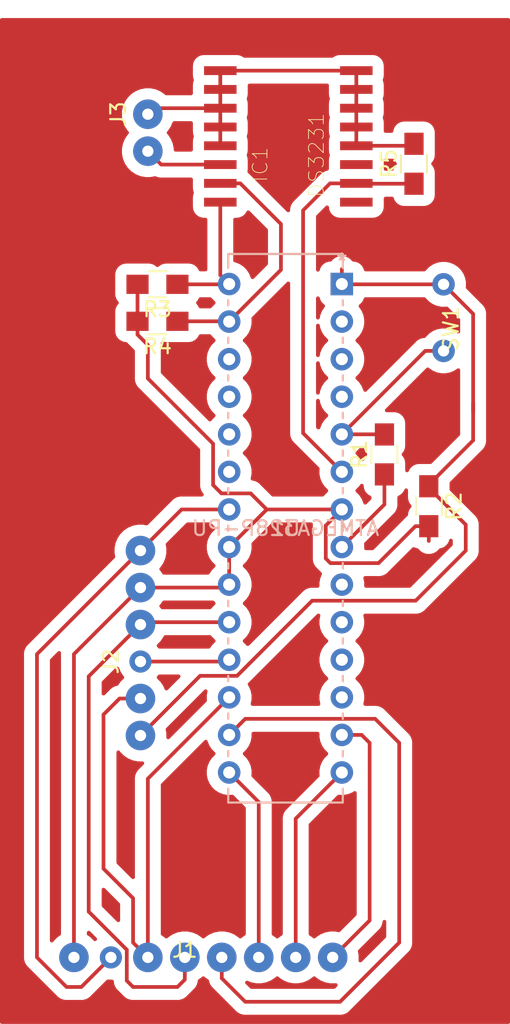
<source format=kicad_pcb>
(kicad_pcb (version 20171130) (host pcbnew 5.1.2-f72e74a~84~ubuntu18.04.1)

  (general
    (thickness 1.6)
    (drawings 0)
    (tracks 126)
    (zones 0)
    (modules 11)
    (nets 30)
  )

  (page A4)
  (layers
    (0 F.Cu signal)
    (31 B.Cu signal)
    (32 B.Adhes user)
    (33 F.Adhes user)
    (34 B.Paste user)
    (35 F.Paste user)
    (36 B.SilkS user)
    (37 F.SilkS user)
    (38 B.Mask user)
    (39 F.Mask user)
    (40 Dwgs.User user)
    (41 Cmts.User user)
    (42 Eco1.User user)
    (43 Eco2.User user)
    (44 Edge.Cuts user)
    (45 Margin user)
    (46 B.CrtYd user)
    (47 F.CrtYd user)
    (48 B.Fab user)
    (49 F.Fab user)
  )

  (setup
    (last_trace_width 0.25)
    (trace_clearance 0.2)
    (zone_clearance 0.65)
    (zone_45_only no)
    (trace_min 0.2)
    (via_size 0.8)
    (via_drill 0.4)
    (via_min_size 0.4)
    (via_min_drill 0.3)
    (uvia_size 0.3)
    (uvia_drill 0.1)
    (uvias_allowed no)
    (uvia_min_size 0.2)
    (uvia_min_drill 0.1)
    (edge_width 0.05)
    (segment_width 0.2)
    (pcb_text_width 0.3)
    (pcb_text_size 1.5 1.5)
    (mod_edge_width 0.12)
    (mod_text_size 1 1)
    (mod_text_width 0.15)
    (pad_size 1.5 1.5)
    (pad_drill 0.762)
    (pad_to_mask_clearance 0.051)
    (solder_mask_min_width 0.25)
    (aux_axis_origin 0 0)
    (visible_elements FFFFFF7F)
    (pcbplotparams
      (layerselection 0x01000_7fffffff)
      (usegerberextensions false)
      (usegerberattributes false)
      (usegerberadvancedattributes false)
      (creategerberjobfile false)
      (excludeedgelayer false)
      (linewidth 0.100000)
      (plotframeref false)
      (viasonmask false)
      (mode 1)
      (useauxorigin false)
      (hpglpennumber 1)
      (hpglpenspeed 20)
      (hpglpendiameter 15.000000)
      (psnegative false)
      (psa4output false)
      (plotreference true)
      (plotvalue true)
      (plotinvisibletext false)
      (padsonsilk true)
      (subtractmaskfromsilk false)
      (outputformat 5)
      (mirror true)
      (drillshape 0)
      (scaleselection 1)
      (outputdirectory ""))
  )

  (net 0 "")
  (net 1 "Net-(J1-Pad8)")
  (net 2 "Net-(J1-Pad7)")
  (net 3 "Net-(J1-Pad6)")
  (net 4 "Net-(J1-Pad5)")
  (net 5 "Net-(J1-Pad4)")
  (net 6 "Net-(J1-Pad3)")
  (net 7 "Net-(J1-Pad2)")
  (net 8 "Net-(J1-Pad1)")
  (net 9 "Net-(J2-Pad3)")
  (net 10 "Net-(J2-Pad1)")
  (net 11 "Net-(R1-Pad2)")
  (net 12 "Net-(U1-Pad26)")
  (net 13 "Net-(U1-Pad25)")
  (net 14 "Net-(U1-Pad24)")
  (net 15 "Net-(U1-Pad23)")
  (net 16 "Net-(U1-Pad12)")
  (net 17 "Net-(U1-Pad11)")
  (net 18 "Net-(U1-Pad10)")
  (net 19 "Net-(U1-Pad9)")
  (net 20 "Net-(U1-Pad4)")
  (net 21 "Net-(U1-Pad3)")
  (net 22 "Net-(U1-Pad2)")
  (net 23 "Net-(IC1-Pad16)")
  (net 24 "Net-(IC1-Pad15)")
  (net 25 "Net-(IC1-Pad10)")
  (net 26 "Net-(IC1-Pad14)")
  (net 27 "Net-(IC1-Pad3)")
  (net 28 "Net-(IC1-Pad1)")
  (net 29 "Net-(IC1-Pad2)")

  (net_class Default "This is the default net class."
    (clearance 0.2)
    (trace_width 0.25)
    (via_dia 0.8)
    (via_drill 0.4)
    (uvia_dia 0.3)
    (uvia_drill 0.1)
    (add_net "Net-(IC1-Pad1)")
    (add_net "Net-(IC1-Pad10)")
    (add_net "Net-(IC1-Pad14)")
    (add_net "Net-(IC1-Pad15)")
    (add_net "Net-(IC1-Pad16)")
    (add_net "Net-(IC1-Pad2)")
    (add_net "Net-(IC1-Pad3)")
    (add_net "Net-(J1-Pad1)")
    (add_net "Net-(J1-Pad2)")
    (add_net "Net-(J1-Pad3)")
    (add_net "Net-(J1-Pad4)")
    (add_net "Net-(J1-Pad5)")
    (add_net "Net-(J1-Pad6)")
    (add_net "Net-(J1-Pad7)")
    (add_net "Net-(J1-Pad8)")
    (add_net "Net-(J2-Pad1)")
    (add_net "Net-(J2-Pad3)")
    (add_net "Net-(R1-Pad2)")
    (add_net "Net-(U1-Pad10)")
    (add_net "Net-(U1-Pad11)")
    (add_net "Net-(U1-Pad12)")
    (add_net "Net-(U1-Pad2)")
    (add_net "Net-(U1-Pad23)")
    (add_net "Net-(U1-Pad24)")
    (add_net "Net-(U1-Pad25)")
    (add_net "Net-(U1-Pad26)")
    (add_net "Net-(U1-Pad3)")
    (add_net "Net-(U1-Pad4)")
    (add_net "Net-(U1-Pad9)")
  )

  (module Resistors_SMD:R_0805_HandSoldering (layer F.Cu) (tedit 58E0A804) (tstamp 5D133245)
    (at 70.15 37 180)
    (descr "Resistor SMD 0805, hand soldering")
    (tags "resistor 0805")
    (path /5D093DC5)
    (attr smd)
    (fp_text reference R4 (at 0 -1.7) (layer F.SilkS)
      (effects (font (size 1 1) (thickness 0.15)))
    )
    (fp_text value R (at 0 1.75) (layer F.Fab)
      (effects (font (size 1 1) (thickness 0.15)))
    )
    (fp_text user %R (at 0 0) (layer F.Fab)
      (effects (font (size 0.5 0.5) (thickness 0.075)))
    )
    (fp_line (start -1 0.62) (end -1 -0.62) (layer F.Fab) (width 0.1))
    (fp_line (start 1 0.62) (end -1 0.62) (layer F.Fab) (width 0.1))
    (fp_line (start 1 -0.62) (end 1 0.62) (layer F.Fab) (width 0.1))
    (fp_line (start -1 -0.62) (end 1 -0.62) (layer F.Fab) (width 0.1))
    (fp_line (start 0.6 0.88) (end -0.6 0.88) (layer F.SilkS) (width 0.12))
    (fp_line (start -0.6 -0.88) (end 0.6 -0.88) (layer F.SilkS) (width 0.12))
    (fp_line (start -2.35 -0.9) (end 2.35 -0.9) (layer F.CrtYd) (width 0.05))
    (fp_line (start -2.35 -0.9) (end -2.35 0.9) (layer F.CrtYd) (width 0.05))
    (fp_line (start 2.35 0.9) (end 2.35 -0.9) (layer F.CrtYd) (width 0.05))
    (fp_line (start 2.35 0.9) (end -2.35 0.9) (layer F.CrtYd) (width 0.05))
    (pad 1 smd rect (at -1.35 0 180) (size 1.5 1.3) (layers F.Cu F.Paste F.Mask)
      (net 24 "Net-(IC1-Pad15)"))
    (pad 2 smd rect (at 1.35 0 180) (size 1.5 1.3) (layers F.Cu F.Paste F.Mask)
      (net 1 "Net-(J1-Pad8)"))
    (model ${KISYS3DMOD}/Resistors_SMD.3dshapes/R_0805.wrl
      (at (xyz 0 0 0))
      (scale (xyz 1 1 1))
      (rotate (xyz 0 0 0))
    )
  )

  (module Resistors_SMD:R_0805_HandSoldering (layer F.Cu) (tedit 58E0A804) (tstamp 5D133242)
    (at 70.15 34.5 180)
    (descr "Resistor SMD 0805, hand soldering")
    (tags "resistor 0805")
    (path /5D093460)
    (attr smd)
    (fp_text reference R3 (at 0 -1.7) (layer F.SilkS)
      (effects (font (size 1 1) (thickness 0.15)))
    )
    (fp_text value R (at 0 1.75) (layer F.Fab)
      (effects (font (size 1 1) (thickness 0.15)))
    )
    (fp_text user %R (at 0 0) (layer F.Fab)
      (effects (font (size 0.5 0.5) (thickness 0.075)))
    )
    (fp_line (start -1 0.62) (end -1 -0.62) (layer F.Fab) (width 0.1))
    (fp_line (start 1 0.62) (end -1 0.62) (layer F.Fab) (width 0.1))
    (fp_line (start 1 -0.62) (end 1 0.62) (layer F.Fab) (width 0.1))
    (fp_line (start -1 -0.62) (end 1 -0.62) (layer F.Fab) (width 0.1))
    (fp_line (start 0.6 0.88) (end -0.6 0.88) (layer F.SilkS) (width 0.12))
    (fp_line (start -0.6 -0.88) (end 0.6 -0.88) (layer F.SilkS) (width 0.12))
    (fp_line (start -2.35 -0.9) (end 2.35 -0.9) (layer F.CrtYd) (width 0.05))
    (fp_line (start -2.35 -0.9) (end -2.35 0.9) (layer F.CrtYd) (width 0.05))
    (fp_line (start 2.35 0.9) (end 2.35 -0.9) (layer F.CrtYd) (width 0.05))
    (fp_line (start 2.35 0.9) (end -2.35 0.9) (layer F.CrtYd) (width 0.05))
    (pad 1 smd rect (at -1.35 0 180) (size 1.5 1.3) (layers F.Cu F.Paste F.Mask)
      (net 23 "Net-(IC1-Pad16)"))
    (pad 2 smd rect (at 1.35 0 180) (size 1.5 1.3) (layers F.Cu F.Paste F.Mask)
      (net 1 "Net-(J1-Pad8)"))
    (model ${KISYS3DMOD}/Resistors_SMD.3dshapes/R_0805.wrl
      (at (xyz 0 0 0))
      (scale (xyz 1 1 1))
      (rotate (xyz 0 0 0))
    )
  )

  (module Resistors_SMD:R_0805_HandSoldering (layer F.Cu) (tedit 58E0A804) (tstamp 5D1323AC)
    (at 87.5 26.35 90)
    (descr "Resistor SMD 0805, hand soldering")
    (tags "resistor 0805")
    (path /5D14D0B4)
    (attr smd)
    (fp_text reference R5 (at 0 -1.7 90) (layer F.SilkS)
      (effects (font (size 1 1) (thickness 0.15)))
    )
    (fp_text value R (at 0 1.75 90) (layer F.Fab)
      (effects (font (size 1 1) (thickness 0.15)))
    )
    (fp_text user %R (at 0 0 90) (layer F.Fab)
      (effects (font (size 0.5 0.5) (thickness 0.075)))
    )
    (fp_line (start -1 0.62) (end -1 -0.62) (layer F.Fab) (width 0.1))
    (fp_line (start 1 0.62) (end -1 0.62) (layer F.Fab) (width 0.1))
    (fp_line (start 1 -0.62) (end 1 0.62) (layer F.Fab) (width 0.1))
    (fp_line (start -1 -0.62) (end 1 -0.62) (layer F.Fab) (width 0.1))
    (fp_line (start 0.6 0.88) (end -0.6 0.88) (layer F.SilkS) (width 0.12))
    (fp_line (start -0.6 -0.88) (end 0.6 -0.88) (layer F.SilkS) (width 0.12))
    (fp_line (start -2.35 -0.9) (end 2.35 -0.9) (layer F.CrtYd) (width 0.05))
    (fp_line (start -2.35 -0.9) (end -2.35 0.9) (layer F.CrtYd) (width 0.05))
    (fp_line (start 2.35 0.9) (end 2.35 -0.9) (layer F.CrtYd) (width 0.05))
    (fp_line (start 2.35 0.9) (end -2.35 0.9) (layer F.CrtYd) (width 0.05))
    (pad 1 smd rect (at -1.35 0 90) (size 1.5 1.3) (layers F.Cu F.Paste F.Mask)
      (net 29 "Net-(IC1-Pad2)"))
    (pad 2 smd rect (at 1.35 0 90) (size 1.5 1.3) (layers F.Cu F.Paste F.Mask)
      (net 25 "Net-(IC1-Pad10)"))
    (model ${KISYS3DMOD}/Resistors_SMD.3dshapes/R_0805.wrl
      (at (xyz 0 0 0))
      (scale (xyz 1 1 1))
      (rotate (xyz 0 0 0))
    )
  )

  (module millk:Conn2 (layer F.Cu) (tedit 5CB1B342) (tstamp 5D132329)
    (at 67 23 90)
    (path /5D15648D)
    (fp_text reference J3 (at 0 0.5 90) (layer F.SilkS)
      (effects (font (size 1 1) (thickness 0.15)))
    )
    (fp_text value Conn_01x02_Female (at 0 -0.5 90) (layer F.Fab)
      (effects (font (size 1 1) (thickness 0.15)))
    )
    (pad 2 thru_hole circle (at 0 2.5 90) (size 2 2) (drill 0.762) (layers *.Cu *.Mask)
      (net 25 "Net-(IC1-Pad10)"))
    (pad 1 thru_hole circle (at -2.5 2.5 90) (size 2 2) (drill 0.762) (layers *.Cu *.Mask)
      (net 26 "Net-(IC1-Pad14)"))
  )

  (module DS3231:SO16W (layer F.Cu) (tedit 0) (tstamp 5D1322FB)
    (at 79 24.5 90)
    (descr "<b>SMALL OUTLINE INTEGRATED CIRCUIT</b><p>wide body 7.5 mm/JEDEC MS-013AA")
    (path /5D1346E5)
    (attr smd)
    (fp_text reference IC1 (at -1.90554 -1.90554 90) (layer F.SilkS)
      (effects (font (size 1.00028 1.00028) (thickness 0.05)))
    )
    (fp_text value DS3231 (at -1.2704 1.90562 90) (layer F.SilkS)
      (effects (font (size 1.00033 1.00033) (thickness 0.05)))
    )
    (fp_poly (pts (xy -4.69487 -5.32) (xy -4.1999 -5.32) (xy -4.1999 -3.80397) (xy -4.69487 -3.80397)) (layer Eco2.User) (width 0))
    (fp_poly (pts (xy -3.42336 -5.32) (xy -2.9299 -5.32) (xy -2.9299 -3.80372) (xy -3.42336 -3.80372)) (layer Eco2.User) (width 0))
    (fp_poly (pts (xy -2.15037 -5.32) (xy -1.6599 -5.32) (xy -1.6599 -3.80058) (xy -2.15037 -3.80058)) (layer Eco2.User) (width 0))
    (fp_poly (pts (xy -0.881736 -5.32) (xy -0.3899 -5.32) (xy -0.3899 -3.80717) (xy -0.881736 -3.80717)) (layer Eco2.User) (width 0))
    (fp_poly (pts (xy 0.39062 -5.32) (xy 0.8801 -5.32) (xy 0.8801 -3.80712) (xy 0.39062 -3.80712)) (layer Eco2.User) (width 0))
    (fp_poly (pts (xy 1.66018 -5.32) (xy 2.1501 -5.32) (xy 2.1501 -3.80074) (xy 1.66018 -3.80074)) (layer Eco2.User) (width 0))
    (fp_poly (pts (xy 2.93419 -5.32) (xy 3.4201 -5.32) (xy 3.4201 -3.80566) (xy 2.93419 -3.80566)) (layer Eco2.User) (width 0))
    (fp_poly (pts (xy 4.20377 -5.32) (xy 4.6901 -5.32) (xy 4.6901 -3.8036) (xy 4.20377 -3.8036)) (layer Eco2.User) (width 0))
    (fp_poly (pts (xy 4.20405 3.8001) (xy 4.6901 3.8001) (xy 4.6901 5.32525) (xy 4.20405 5.32525)) (layer Eco2.User) (width 0))
    (fp_poly (pts (xy 2.93164 3.8001) (xy 3.4201 3.8001) (xy 3.4201 5.32316) (xy 2.93164 5.32316)) (layer Eco2.User) (width 0))
    (fp_poly (pts (xy 1.66201 3.8001) (xy 2.1501 3.8001) (xy 2.1501 5.32675) (xy 1.66201 5.32675)) (layer Eco2.User) (width 0))
    (fp_poly (pts (xy 0.389942 3.8001) (xy 0.8801 3.8001) (xy 0.8801 5.32057) (xy 0.389942 5.32057)) (layer Eco2.User) (width 0))
    (fp_poly (pts (xy -0.881631 3.8001) (xy -0.3899 3.8001) (xy -0.3899 5.32926) (xy -0.881631 5.32926)) (layer Eco2.User) (width 0))
    (fp_poly (pts (xy -2.15252 3.8001) (xy -1.6599 3.8001) (xy -1.6599 5.32599) (xy -2.15252 5.32599)) (layer Eco2.User) (width 0))
    (fp_poly (pts (xy -3.4211 3.8001) (xy -2.9299 3.8001) (xy -2.9299 5.32155) (xy -3.4211 5.32155)) (layer Eco2.User) (width 0))
    (fp_poly (pts (xy -4.69792 3.8001) (xy -4.1999 3.8001) (xy -4.1999 5.32887) (xy -4.69792 5.32887)) (layer Eco2.User) (width 0))
    (fp_line (start 5.395 -5.9) (end 5.395 5.9) (layer Eco1.User) (width 0.1998))
    (fp_line (start 5.19 3.2) (end 5.19 3.7) (layer Eco2.User) (width 0.2032))
    (fp_line (start 5.19 -3.7) (end 5.19 3.2) (layer Eco2.User) (width 0.2032))
    (fp_line (start 5.19 3.2) (end -5.19 3.2) (layer Eco2.User) (width 0.2032))
    (fp_line (start -5.19 -3.7) (end 5.19 -3.7) (layer Eco2.User) (width 0.2032))
    (fp_line (start -5.19 3.2) (end -5.19 -3.7) (layer Eco2.User) (width 0.2032))
    (fp_line (start -5.19 3.7) (end -5.19 3.2) (layer Eco2.User) (width 0.2032))
    (fp_line (start 5.19 3.7) (end -5.19 3.7) (layer Eco2.User) (width 0.2032))
    (fp_line (start -5.395 5.9) (end -5.395 -5.9) (layer Eco1.User) (width 0.1998))
    (fp_line (start 5.395 5.9) (end -5.395 5.9) (layer Eco1.User) (width 0.1998))
    (fp_line (start -5.395 -5.9) (end 5.395 -5.9) (layer Eco1.User) (width 0.1998))
    (pad 16 smd rect (at -4.445 -4.6 90) (size 0.6 2.2) (layers F.Cu F.Paste F.Mask)
      (net 23 "Net-(IC1-Pad16)"))
    (pad 15 smd rect (at -3.175 -4.6 90) (size 0.6 2.2) (layers F.Cu F.Paste F.Mask)
      (net 24 "Net-(IC1-Pad15)"))
    (pad 8 smd rect (at 4.445 4.6 90) (size 0.6 2.2) (layers F.Cu F.Paste F.Mask)
      (net 25 "Net-(IC1-Pad10)"))
    (pad 10 smd rect (at 3.175 -4.6 90) (size 0.6 2.2) (layers F.Cu F.Paste F.Mask)
      (net 25 "Net-(IC1-Pad10)"))
    (pad 7 smd rect (at 3.175 4.6 90) (size 0.6 2.2) (layers F.Cu F.Paste F.Mask)
      (net 25 "Net-(IC1-Pad10)"))
    (pad 5 smd rect (at 0.635 4.6 90) (size 0.6 2.2) (layers F.Cu F.Paste F.Mask)
      (net 25 "Net-(IC1-Pad10)"))
    (pad 9 smd rect (at 4.445 -4.6 90) (size 0.6 2.2) (layers F.Cu F.Paste F.Mask)
      (net 25 "Net-(IC1-Pad10)"))
    (pad 6 smd rect (at 1.905 4.6 90) (size 0.6 2.2) (layers F.Cu F.Paste F.Mask)
      (net 25 "Net-(IC1-Pad10)"))
    (pad 11 smd rect (at 1.905 -4.6 90) (size 0.6 2.2) (layers F.Cu F.Paste F.Mask)
      (net 25 "Net-(IC1-Pad10)"))
    (pad 12 smd rect (at 0.635 -4.6 90) (size 0.6 2.2) (layers F.Cu F.Paste F.Mask)
      (net 25 "Net-(IC1-Pad10)"))
    (pad 14 smd rect (at -1.905 -4.6 90) (size 0.6 2.2) (layers F.Cu F.Paste F.Mask)
      (net 26 "Net-(IC1-Pad14)"))
    (pad 4 smd rect (at -0.635 4.6 90) (size 0.6 2.2) (layers F.Cu F.Paste F.Mask)
      (net 25 "Net-(IC1-Pad10)"))
    (pad 3 smd rect (at -1.905 4.6 90) (size 0.6 2.2) (layers F.Cu F.Paste F.Mask)
      (net 27 "Net-(IC1-Pad3)"))
    (pad 1 smd rect (at -4.445 4.6 90) (size 0.6 2.2) (layers F.Cu F.Paste F.Mask)
      (net 28 "Net-(IC1-Pad1)"))
    (pad 13 smd rect (at -0.635 -4.6 90) (size 0.6 2.2) (layers F.Cu F.Paste F.Mask)
      (net 25 "Net-(IC1-Pad10)"))
    (pad 2 smd rect (at -3.175 4.6 90) (size 0.6 2.2) (layers F.Cu F.Paste F.Mask)
      (net 29 "Net-(IC1-Pad2)"))
  )

  (module footprints:ATMEGA328P-PU (layer B.Cu) (tedit 0) (tstamp 5D07159C)
    (at 75 67.5 180)
    (path /5D06E4F0)
    (fp_text reference U1 (at -3.81 16.51) (layer B.SilkS)
      (effects (font (size 1 1) (thickness 0.15)) (justify mirror))
    )
    (fp_text value ATMEGA328P-PU (at -3.81 16.51) (layer B.SilkS)
      (effects (font (size 1 1) (thickness 0.15)) (justify mirror))
    )
    (fp_arc (start -3.81 34.925) (end -3.5052 34.925) (angle -180) (layer B.Fab) (width 0.1524))
    (fp_line (start 0.1905 -1.016) (end 1.016 -1.016) (layer B.CrtYd) (width 0.1524))
    (fp_line (start 0.1905 -2.159) (end 0.1905 -1.016) (layer B.CrtYd) (width 0.1524))
    (fp_line (start -7.8105 -2.159) (end 0.1905 -2.159) (layer B.CrtYd) (width 0.1524))
    (fp_line (start -7.8105 -1.016) (end -7.8105 -2.159) (layer B.CrtYd) (width 0.1524))
    (fp_line (start -8.636 -1.016) (end -7.8105 -1.016) (layer B.CrtYd) (width 0.1524))
    (fp_line (start -8.636 34.036) (end -8.636 -1.016) (layer B.CrtYd) (width 0.1524))
    (fp_line (start -7.8105 34.036) (end -8.636 34.036) (layer B.CrtYd) (width 0.1524))
    (fp_line (start -7.8105 35.179) (end -7.8105 34.036) (layer B.CrtYd) (width 0.1524))
    (fp_line (start 0.1905 35.179) (end -7.8105 35.179) (layer B.CrtYd) (width 0.1524))
    (fp_line (start 0.1905 34.036) (end 0.1905 35.179) (layer B.CrtYd) (width 0.1524))
    (fp_line (start 1.016 34.036) (end 0.1905 34.036) (layer B.CrtYd) (width 0.1524))
    (fp_line (start 1.016 -1.016) (end 1.016 34.036) (layer B.CrtYd) (width 0.1524))
    (fp_line (start 0.0635 34.112897) (end 0.0635 35.052) (layer B.SilkS) (width 0.1524))
    (fp_line (start 0.0635 31.572897) (end 0.0635 31.927103) (layer B.SilkS) (width 0.1524))
    (fp_line (start 0.0635 29.032897) (end 0.0635 29.387103) (layer B.SilkS) (width 0.1524))
    (fp_line (start 0.0635 26.492897) (end 0.0635 26.847103) (layer B.SilkS) (width 0.1524))
    (fp_line (start 0.0635 23.952897) (end 0.0635 24.307103) (layer B.SilkS) (width 0.1524))
    (fp_line (start 0.0635 21.412897) (end 0.0635 21.767103) (layer B.SilkS) (width 0.1524))
    (fp_line (start 0.0635 18.872897) (end 0.0635 19.227103) (layer B.SilkS) (width 0.1524))
    (fp_line (start 0.0635 16.332897) (end 0.0635 16.687103) (layer B.SilkS) (width 0.1524))
    (fp_line (start 0.0635 13.792897) (end 0.0635 14.147103) (layer B.SilkS) (width 0.1524))
    (fp_line (start 0.0635 11.252897) (end 0.0635 11.607103) (layer B.SilkS) (width 0.1524))
    (fp_line (start 0.0635 8.712897) (end 0.0635 9.067103) (layer B.SilkS) (width 0.1524))
    (fp_line (start 0.0635 6.172897) (end 0.0635 6.527103) (layer B.SilkS) (width 0.1524))
    (fp_line (start 0.0635 3.632897) (end 0.0635 3.987103) (layer B.SilkS) (width 0.1524))
    (fp_line (start 0.0635 1.092897) (end 0.0635 1.447103) (layer B.SilkS) (width 0.1524))
    (fp_line (start -7.6835 -1.092897) (end -7.6835 -2.032) (layer B.SilkS) (width 0.1524))
    (fp_line (start -7.6835 1.447103) (end -7.6835 1.092897) (layer B.SilkS) (width 0.1524))
    (fp_line (start -7.6835 3.987103) (end -7.6835 3.632897) (layer B.SilkS) (width 0.1524))
    (fp_line (start -7.6835 6.527103) (end -7.6835 6.172897) (layer B.SilkS) (width 0.1524))
    (fp_line (start -7.6835 9.067103) (end -7.6835 8.712897) (layer B.SilkS) (width 0.1524))
    (fp_line (start -7.6835 11.607103) (end -7.6835 11.252897) (layer B.SilkS) (width 0.1524))
    (fp_line (start -7.6835 14.147103) (end -7.6835 13.792897) (layer B.SilkS) (width 0.1524))
    (fp_line (start -7.6835 16.687103) (end -7.6835 16.332897) (layer B.SilkS) (width 0.1524))
    (fp_line (start -7.6835 19.227103) (end -7.6835 18.872897) (layer B.SilkS) (width 0.1524))
    (fp_line (start -7.6835 21.767103) (end -7.6835 21.412897) (layer B.SilkS) (width 0.1524))
    (fp_line (start -7.6835 24.307103) (end -7.6835 23.952897) (layer B.SilkS) (width 0.1524))
    (fp_line (start -7.6835 26.847103) (end -7.6835 26.492897) (layer B.SilkS) (width 0.1524))
    (fp_line (start -7.6835 29.387103) (end -7.6835 29.032897) (layer B.SilkS) (width 0.1524))
    (fp_line (start -7.6835 31.92526) (end -7.6835 31.572897) (layer B.SilkS) (width 0.1524))
    (fp_line (start -7.5565 34.925) (end -7.5565 -1.905) (layer B.Fab) (width 0.1524))
    (fp_line (start -0.0635 34.925) (end -7.5565 34.925) (layer B.Fab) (width 0.1524))
    (fp_line (start -0.0635 -1.905) (end -0.0635 34.925) (layer B.Fab) (width 0.1524))
    (fp_line (start -7.5565 -1.905) (end -0.0635 -1.905) (layer B.Fab) (width 0.1524))
    (fp_line (start -7.6835 35.052) (end -7.6835 34.11474) (layer B.SilkS) (width 0.1524))
    (fp_line (start 0.0635 35.052) (end -7.6835 35.052) (layer B.SilkS) (width 0.1524))
    (fp_line (start 0.0635 -2.032) (end 0.0635 -1.092897) (layer B.SilkS) (width 0.1524))
    (fp_line (start -7.6835 -2.032) (end 0.0635 -2.032) (layer B.SilkS) (width 0.1524))
    (fp_line (start 0.4064 33.4264) (end -0.0635 33.4264) (layer B.Fab) (width 0.1524))
    (fp_line (start 0.4064 32.6136) (end 0.4064 33.4264) (layer B.Fab) (width 0.1524))
    (fp_line (start -0.0635 32.6136) (end 0.4064 32.6136) (layer B.Fab) (width 0.1524))
    (fp_line (start -0.0635 33.4264) (end -0.0635 32.6136) (layer B.Fab) (width 0.1524))
    (fp_line (start 0.4064 30.8864) (end -0.0635 30.8864) (layer B.Fab) (width 0.1524))
    (fp_line (start 0.4064 30.0736) (end 0.4064 30.8864) (layer B.Fab) (width 0.1524))
    (fp_line (start -0.0635 30.0736) (end 0.4064 30.0736) (layer B.Fab) (width 0.1524))
    (fp_line (start -0.0635 30.8864) (end -0.0635 30.0736) (layer B.Fab) (width 0.1524))
    (fp_line (start 0.4064 28.3464) (end -0.0635 28.3464) (layer B.Fab) (width 0.1524))
    (fp_line (start 0.4064 27.5336) (end 0.4064 28.3464) (layer B.Fab) (width 0.1524))
    (fp_line (start -0.0635 27.5336) (end 0.4064 27.5336) (layer B.Fab) (width 0.1524))
    (fp_line (start -0.0635 28.3464) (end -0.0635 27.5336) (layer B.Fab) (width 0.1524))
    (fp_line (start 0.4064 25.8064) (end -0.0635 25.8064) (layer B.Fab) (width 0.1524))
    (fp_line (start 0.4064 24.9936) (end 0.4064 25.8064) (layer B.Fab) (width 0.1524))
    (fp_line (start -0.0635 24.9936) (end 0.4064 24.9936) (layer B.Fab) (width 0.1524))
    (fp_line (start -0.0635 25.8064) (end -0.0635 24.9936) (layer B.Fab) (width 0.1524))
    (fp_line (start 0.4064 23.2664) (end -0.0635 23.2664) (layer B.Fab) (width 0.1524))
    (fp_line (start 0.4064 22.4536) (end 0.4064 23.2664) (layer B.Fab) (width 0.1524))
    (fp_line (start -0.0635 22.4536) (end 0.4064 22.4536) (layer B.Fab) (width 0.1524))
    (fp_line (start -0.0635 23.2664) (end -0.0635 22.4536) (layer B.Fab) (width 0.1524))
    (fp_line (start 0.4064 20.7264) (end -0.0635 20.7264) (layer B.Fab) (width 0.1524))
    (fp_line (start 0.4064 19.9136) (end 0.4064 20.7264) (layer B.Fab) (width 0.1524))
    (fp_line (start -0.0635 19.9136) (end 0.4064 19.9136) (layer B.Fab) (width 0.1524))
    (fp_line (start -0.0635 20.7264) (end -0.0635 19.9136) (layer B.Fab) (width 0.1524))
    (fp_line (start 0.4064 18.1864) (end -0.0635 18.1864) (layer B.Fab) (width 0.1524))
    (fp_line (start 0.4064 17.3736) (end 0.4064 18.1864) (layer B.Fab) (width 0.1524))
    (fp_line (start -0.0635 17.3736) (end 0.4064 17.3736) (layer B.Fab) (width 0.1524))
    (fp_line (start -0.0635 18.1864) (end -0.0635 17.3736) (layer B.Fab) (width 0.1524))
    (fp_line (start 0.4064 15.6464) (end -0.0635 15.6464) (layer B.Fab) (width 0.1524))
    (fp_line (start 0.4064 14.8336) (end 0.4064 15.6464) (layer B.Fab) (width 0.1524))
    (fp_line (start -0.0635 14.8336) (end 0.4064 14.8336) (layer B.Fab) (width 0.1524))
    (fp_line (start -0.0635 15.6464) (end -0.0635 14.8336) (layer B.Fab) (width 0.1524))
    (fp_line (start 0.4064 13.1064) (end -0.0635 13.1064) (layer B.Fab) (width 0.1524))
    (fp_line (start 0.4064 12.2936) (end 0.4064 13.1064) (layer B.Fab) (width 0.1524))
    (fp_line (start -0.0635 12.2936) (end 0.4064 12.2936) (layer B.Fab) (width 0.1524))
    (fp_line (start -0.0635 13.1064) (end -0.0635 12.2936) (layer B.Fab) (width 0.1524))
    (fp_line (start 0.4064 10.5664) (end -0.0635 10.5664) (layer B.Fab) (width 0.1524))
    (fp_line (start 0.4064 9.7536) (end 0.4064 10.5664) (layer B.Fab) (width 0.1524))
    (fp_line (start -0.0635 9.7536) (end 0.4064 9.7536) (layer B.Fab) (width 0.1524))
    (fp_line (start -0.0635 10.5664) (end -0.0635 9.7536) (layer B.Fab) (width 0.1524))
    (fp_line (start 0.4064 8.0264) (end -0.0635 8.0264) (layer B.Fab) (width 0.1524))
    (fp_line (start 0.4064 7.2136) (end 0.4064 8.0264) (layer B.Fab) (width 0.1524))
    (fp_line (start -0.0635 7.2136) (end 0.4064 7.2136) (layer B.Fab) (width 0.1524))
    (fp_line (start -0.0635 8.0264) (end -0.0635 7.2136) (layer B.Fab) (width 0.1524))
    (fp_line (start 0.4064 5.4864) (end -0.0635 5.4864) (layer B.Fab) (width 0.1524))
    (fp_line (start 0.4064 4.6736) (end 0.4064 5.4864) (layer B.Fab) (width 0.1524))
    (fp_line (start -0.0635 4.6736) (end 0.4064 4.6736) (layer B.Fab) (width 0.1524))
    (fp_line (start -0.0635 5.4864) (end -0.0635 4.6736) (layer B.Fab) (width 0.1524))
    (fp_line (start 0.4064 2.9464) (end -0.0635 2.9464) (layer B.Fab) (width 0.1524))
    (fp_line (start 0.4064 2.1336) (end 0.4064 2.9464) (layer B.Fab) (width 0.1524))
    (fp_line (start -0.0635 2.1336) (end 0.4064 2.1336) (layer B.Fab) (width 0.1524))
    (fp_line (start -0.0635 2.9464) (end -0.0635 2.1336) (layer B.Fab) (width 0.1524))
    (fp_line (start 0.4064 0.4064) (end -0.0635 0.4064) (layer B.Fab) (width 0.1524))
    (fp_line (start 0.4064 -0.4064) (end 0.4064 0.4064) (layer B.Fab) (width 0.1524))
    (fp_line (start -0.0635 -0.4064) (end 0.4064 -0.4064) (layer B.Fab) (width 0.1524))
    (fp_line (start -0.0635 0.4064) (end -0.0635 -0.4064) (layer B.Fab) (width 0.1524))
    (fp_line (start -8.0264 -0.4064) (end -7.5565 -0.4064) (layer B.Fab) (width 0.1524))
    (fp_line (start -8.0264 0.4064) (end -8.0264 -0.4064) (layer B.Fab) (width 0.1524))
    (fp_line (start -7.5565 0.4064) (end -8.0264 0.4064) (layer B.Fab) (width 0.1524))
    (fp_line (start -7.5565 -0.4064) (end -7.5565 0.4064) (layer B.Fab) (width 0.1524))
    (fp_line (start -8.0264 2.1336) (end -7.5565 2.1336) (layer B.Fab) (width 0.1524))
    (fp_line (start -8.0264 2.9464) (end -8.0264 2.1336) (layer B.Fab) (width 0.1524))
    (fp_line (start -7.5565 2.9464) (end -8.0264 2.9464) (layer B.Fab) (width 0.1524))
    (fp_line (start -7.5565 2.1336) (end -7.5565 2.9464) (layer B.Fab) (width 0.1524))
    (fp_line (start -8.0264 4.6736) (end -7.5565 4.6736) (layer B.Fab) (width 0.1524))
    (fp_line (start -8.0264 5.4864) (end -8.0264 4.6736) (layer B.Fab) (width 0.1524))
    (fp_line (start -7.5565 5.4864) (end -8.0264 5.4864) (layer B.Fab) (width 0.1524))
    (fp_line (start -7.5565 4.6736) (end -7.5565 5.4864) (layer B.Fab) (width 0.1524))
    (fp_line (start -8.0264 7.2136) (end -7.5565 7.2136) (layer B.Fab) (width 0.1524))
    (fp_line (start -8.0264 8.0264) (end -8.0264 7.2136) (layer B.Fab) (width 0.1524))
    (fp_line (start -7.5565 8.0264) (end -8.0264 8.0264) (layer B.Fab) (width 0.1524))
    (fp_line (start -7.5565 7.2136) (end -7.5565 8.0264) (layer B.Fab) (width 0.1524))
    (fp_line (start -8.0264 9.7536) (end -7.5565 9.7536) (layer B.Fab) (width 0.1524))
    (fp_line (start -8.0264 10.5664) (end -8.0264 9.7536) (layer B.Fab) (width 0.1524))
    (fp_line (start -7.5565 10.5664) (end -8.0264 10.5664) (layer B.Fab) (width 0.1524))
    (fp_line (start -7.5565 9.7536) (end -7.5565 10.5664) (layer B.Fab) (width 0.1524))
    (fp_line (start -8.0264 12.2936) (end -7.5565 12.2936) (layer B.Fab) (width 0.1524))
    (fp_line (start -8.0264 13.1064) (end -8.0264 12.2936) (layer B.Fab) (width 0.1524))
    (fp_line (start -7.5565 13.1064) (end -8.0264 13.1064) (layer B.Fab) (width 0.1524))
    (fp_line (start -7.5565 12.2936) (end -7.5565 13.1064) (layer B.Fab) (width 0.1524))
    (fp_line (start -8.0264 14.8336) (end -7.5565 14.8336) (layer B.Fab) (width 0.1524))
    (fp_line (start -8.0264 15.6464) (end -8.0264 14.8336) (layer B.Fab) (width 0.1524))
    (fp_line (start -7.5565 15.6464) (end -8.0264 15.6464) (layer B.Fab) (width 0.1524))
    (fp_line (start -7.5565 14.8336) (end -7.5565 15.6464) (layer B.Fab) (width 0.1524))
    (fp_line (start -8.0264 17.3736) (end -7.5565 17.3736) (layer B.Fab) (width 0.1524))
    (fp_line (start -8.0264 18.1864) (end -8.0264 17.3736) (layer B.Fab) (width 0.1524))
    (fp_line (start -7.5565 18.1864) (end -8.0264 18.1864) (layer B.Fab) (width 0.1524))
    (fp_line (start -7.5565 17.3736) (end -7.5565 18.1864) (layer B.Fab) (width 0.1524))
    (fp_line (start -8.0264 19.9136) (end -7.5565 19.9136) (layer B.Fab) (width 0.1524))
    (fp_line (start -8.0264 20.7264) (end -8.0264 19.9136) (layer B.Fab) (width 0.1524))
    (fp_line (start -7.5565 20.7264) (end -8.0264 20.7264) (layer B.Fab) (width 0.1524))
    (fp_line (start -7.5565 19.9136) (end -7.5565 20.7264) (layer B.Fab) (width 0.1524))
    (fp_line (start -8.0264 22.4536) (end -7.5565 22.4536) (layer B.Fab) (width 0.1524))
    (fp_line (start -8.0264 23.2664) (end -8.0264 22.4536) (layer B.Fab) (width 0.1524))
    (fp_line (start -7.5565 23.2664) (end -8.0264 23.2664) (layer B.Fab) (width 0.1524))
    (fp_line (start -7.5565 22.4536) (end -7.5565 23.2664) (layer B.Fab) (width 0.1524))
    (fp_line (start -8.0264 24.9936) (end -7.5565 24.9936) (layer B.Fab) (width 0.1524))
    (fp_line (start -8.0264 25.8064) (end -8.0264 24.9936) (layer B.Fab) (width 0.1524))
    (fp_line (start -7.5565 25.8064) (end -8.0264 25.8064) (layer B.Fab) (width 0.1524))
    (fp_line (start -7.5565 24.9936) (end -7.5565 25.8064) (layer B.Fab) (width 0.1524))
    (fp_line (start -8.0264 27.5336) (end -7.5565 27.5336) (layer B.Fab) (width 0.1524))
    (fp_line (start -8.0264 28.3464) (end -8.0264 27.5336) (layer B.Fab) (width 0.1524))
    (fp_line (start -7.5565 28.3464) (end -8.0264 28.3464) (layer B.Fab) (width 0.1524))
    (fp_line (start -7.5565 27.5336) (end -7.5565 28.3464) (layer B.Fab) (width 0.1524))
    (fp_line (start -8.0264 30.0736) (end -7.5565 30.0736) (layer B.Fab) (width 0.1524))
    (fp_line (start -8.0264 30.8864) (end -8.0264 30.0736) (layer B.Fab) (width 0.1524))
    (fp_line (start -7.5565 30.8864) (end -8.0264 30.8864) (layer B.Fab) (width 0.1524))
    (fp_line (start -7.5565 30.0736) (end -7.5565 30.8864) (layer B.Fab) (width 0.1524))
    (fp_line (start -8.0264 32.6136) (end -7.5565 32.6136) (layer B.Fab) (width 0.1524))
    (fp_line (start -8.0264 33.4264) (end -8.0264 32.6136) (layer B.Fab) (width 0.1524))
    (fp_line (start -7.5565 33.4264) (end -8.0264 33.4264) (layer B.Fab) (width 0.1524))
    (fp_line (start -7.5565 32.6136) (end -7.5565 33.4264) (layer B.Fab) (width 0.1524))
    (fp_text user * (at -7.3025 33.02) (layer B.Fab)
      (effects (font (size 1 1) (thickness 0.15)) (justify mirror))
    )
    (fp_text user * (at -7.62 34.544) (layer B.SilkS)
      (effects (font (size 1 1) (thickness 0.15)) (justify mirror))
    )
    (fp_text user "Copyright 2016 Accelerated Designs. All rights reserved." (at 0 0) (layer Cmts.User)
      (effects (font (size 0.127 0.127) (thickness 0.002)))
    )
    (pad 28 thru_hole circle (at 0 33.02 180) (size 1.524 1.524) (drill 0.8128) (layers *.Cu *.Mask)
      (net 23 "Net-(IC1-Pad16)"))
    (pad 27 thru_hole circle (at 0 30.48 180) (size 1.524 1.524) (drill 0.8128) (layers *.Cu *.Mask)
      (net 24 "Net-(IC1-Pad15)"))
    (pad 26 thru_hole circle (at 0 27.94 180) (size 1.524 1.524) (drill 0.8128) (layers *.Cu *.Mask)
      (net 12 "Net-(U1-Pad26)"))
    (pad 25 thru_hole circle (at 0 25.4 180) (size 1.524 1.524) (drill 0.8128) (layers *.Cu *.Mask)
      (net 13 "Net-(U1-Pad25)"))
    (pad 24 thru_hole circle (at 0 22.86 180) (size 1.524 1.524) (drill 0.8128) (layers *.Cu *.Mask)
      (net 14 "Net-(U1-Pad24)"))
    (pad 23 thru_hole circle (at 0 20.32 180) (size 1.524 1.524) (drill 0.8128) (layers *.Cu *.Mask)
      (net 15 "Net-(U1-Pad23)"))
    (pad 22 thru_hole circle (at 0 17.78 180) (size 1.524 1.524) (drill 0.8128) (layers *.Cu *.Mask)
      (net 2 "Net-(J1-Pad7)"))
    (pad 21 thru_hole circle (at 0 15.24 180) (size 1.524 1.524) (drill 0.8128) (layers *.Cu *.Mask)
      (net 1 "Net-(J1-Pad8)"))
    (pad 20 thru_hole circle (at 0 12.7 180) (size 1.524 1.524) (drill 0.8128) (layers *.Cu *.Mask)
      (net 1 "Net-(J1-Pad8)"))
    (pad 19 thru_hole circle (at 0 10.16 180) (size 1.524 1.524) (drill 0.8128) (layers *.Cu *.Mask)
      (net 4 "Net-(J1-Pad5)"))
    (pad 18 thru_hole circle (at 0 7.62 180) (size 1.524 1.524) (drill 0.8128) (layers *.Cu *.Mask)
      (net 9 "Net-(J2-Pad3)"))
    (pad 17 thru_hole circle (at 0 5.08 180) (size 1.524 1.524) (drill 0.8128) (layers *.Cu *.Mask)
      (net 3 "Net-(J1-Pad6)"))
    (pad 16 thru_hole circle (at 0 2.54 180) (size 1.524 1.524) (drill 0.8128) (layers *.Cu *.Mask)
      (net 5 "Net-(J1-Pad4)"))
    (pad 15 thru_hole circle (at 0 0 180) (size 1.524 1.524) (drill 0.8128) (layers *.Cu *.Mask)
      (net 6 "Net-(J1-Pad3)"))
    (pad 14 thru_hole circle (at -7.62 0 180) (size 1.524 1.524) (drill 0.8128) (layers *.Cu *.Mask)
      (net 7 "Net-(J1-Pad2)"))
    (pad 13 thru_hole circle (at -7.62 2.54 180) (size 1.524 1.524) (drill 0.8128) (layers *.Cu *.Mask)
      (net 8 "Net-(J1-Pad1)"))
    (pad 12 thru_hole circle (at -7.62 5.08 180) (size 1.524 1.524) (drill 0.8128) (layers *.Cu *.Mask)
      (net 16 "Net-(U1-Pad12)"))
    (pad 11 thru_hole circle (at -7.62 7.62 180) (size 1.524 1.524) (drill 0.8128) (layers *.Cu *.Mask)
      (net 17 "Net-(U1-Pad11)"))
    (pad 10 thru_hole circle (at -7.62 10.16 180) (size 1.524 1.524) (drill 0.8128) (layers *.Cu *.Mask)
      (net 18 "Net-(U1-Pad10)"))
    (pad 9 thru_hole circle (at -7.62 12.7 180) (size 1.524 1.524) (drill 0.8128) (layers *.Cu *.Mask)
      (net 19 "Net-(U1-Pad9)"))
    (pad 8 thru_hole circle (at -7.62 15.24 180) (size 1.524 1.524) (drill 0.8128) (layers *.Cu *.Mask)
      (net 2 "Net-(J1-Pad7)"))
    (pad 7 thru_hole circle (at -7.62 17.78 180) (size 1.524 1.524) (drill 0.8128) (layers *.Cu *.Mask)
      (net 1 "Net-(J1-Pad8)"))
    (pad 6 thru_hole circle (at -7.62 20.32 180) (size 1.524 1.524) (drill 0.8128) (layers *.Cu *.Mask)
      (net 29 "Net-(IC1-Pad2)"))
    (pad 5 thru_hole circle (at -7.62 22.86 180) (size 1.524 1.524) (drill 0.8128) (layers *.Cu *.Mask)
      (net 11 "Net-(R1-Pad2)"))
    (pad 4 thru_hole circle (at -7.62 25.4 180) (size 1.524 1.524) (drill 0.8128) (layers *.Cu *.Mask)
      (net 20 "Net-(U1-Pad4)"))
    (pad 3 thru_hole circle (at -7.62 27.94 180) (size 1.524 1.524) (drill 0.8128) (layers *.Cu *.Mask)
      (net 21 "Net-(U1-Pad3)"))
    (pad 2 thru_hole circle (at -7.62 30.48 180) (size 1.524 1.524) (drill 0.8128) (layers *.Cu *.Mask)
      (net 22 "Net-(U1-Pad2)"))
    (pad 1 thru_hole rect (at -7.62 33.02 180) (size 1.524 1.524) (drill 0.8128) (layers *.Cu *.Mask)
      (net 10 "Net-(J2-Pad1)"))
  )

  (module footprints:pushbutton (layer F.Cu) (tedit 5D06EC5A) (tstamp 5D0714D8)
    (at 90.5 37.5 270)
    (path /5D09856C)
    (fp_text reference SW1 (at 0 0.5 90) (layer F.SilkS)
      (effects (font (size 1 1) (thickness 0.15)))
    )
    (fp_text value Switch_SW_Push (at 0 -0.5 90) (layer F.Fab)
      (effects (font (size 1 1) (thickness 0.15)))
    )
    (pad 2 thru_hole circle (at 1.5 1 270) (size 1.524 1.524) (drill 0.762) (layers *.Cu *.Mask)
      (net 11 "Net-(R1-Pad2)"))
    (pad 1 thru_hole circle (at -3 1 270) (size 1.524 1.524) (drill 0.762) (layers *.Cu *.Mask)
      (net 10 "Net-(J2-Pad1)"))
  )

  (module Resistors_SMD:R_0805_HandSoldering (layer F.Cu) (tedit 58E0A804) (tstamp 5D0714CC)
    (at 88.5 49.5 270)
    (descr "Resistor SMD 0805, hand soldering")
    (tags "resistor 0805")
    (path /5D07A597)
    (attr smd)
    (fp_text reference R2 (at 0 -1.7 90) (layer F.SilkS)
      (effects (font (size 1 1) (thickness 0.15)))
    )
    (fp_text value R (at 0 1.75 90) (layer F.Fab)
      (effects (font (size 1 1) (thickness 0.15)))
    )
    (fp_text user %R (at 0 0 270) (layer F.Fab)
      (effects (font (size 0.5 0.5) (thickness 0.075)))
    )
    (fp_line (start -1 0.62) (end -1 -0.62) (layer F.Fab) (width 0.1))
    (fp_line (start 1 0.62) (end -1 0.62) (layer F.Fab) (width 0.1))
    (fp_line (start 1 -0.62) (end 1 0.62) (layer F.Fab) (width 0.1))
    (fp_line (start -1 -0.62) (end 1 -0.62) (layer F.Fab) (width 0.1))
    (fp_line (start 0.6 0.88) (end -0.6 0.88) (layer F.SilkS) (width 0.12))
    (fp_line (start -0.6 -0.88) (end 0.6 -0.88) (layer F.SilkS) (width 0.12))
    (fp_line (start -2.35 -0.9) (end 2.35 -0.9) (layer F.CrtYd) (width 0.05))
    (fp_line (start -2.35 -0.9) (end -2.35 0.9) (layer F.CrtYd) (width 0.05))
    (fp_line (start 2.35 0.9) (end 2.35 -0.9) (layer F.CrtYd) (width 0.05))
    (fp_line (start 2.35 0.9) (end -2.35 0.9) (layer F.CrtYd) (width 0.05))
    (pad 1 smd rect (at -1.35 0 270) (size 1.5 1.3) (layers F.Cu F.Paste F.Mask)
      (net 10 "Net-(J2-Pad1)"))
    (pad 2 smd rect (at 1.35 0 270) (size 1.5 1.3) (layers F.Cu F.Paste F.Mask)
      (net 1 "Net-(J1-Pad8)"))
    (model ${KISYS3DMOD}/Resistors_SMD.3dshapes/R_0805.wrl
      (at (xyz 0 0 0))
      (scale (xyz 1 1 1))
      (rotate (xyz 0 0 0))
    )
  )

  (module Resistors_SMD:R_0805_HandSoldering (layer F.Cu) (tedit 58E0A804) (tstamp 5D0714C9)
    (at 85.5 46 90)
    (descr "Resistor SMD 0805, hand soldering")
    (tags "resistor 0805")
    (path /5D09F92A)
    (attr smd)
    (fp_text reference R1 (at 0 -1.7 90) (layer F.SilkS)
      (effects (font (size 1 1) (thickness 0.15)))
    )
    (fp_text value R (at 0 1.75 90) (layer F.Fab)
      (effects (font (size 1 1) (thickness 0.15)))
    )
    (fp_text user %R (at 0 0 90) (layer F.Fab)
      (effects (font (size 0.5 0.5) (thickness 0.075)))
    )
    (fp_line (start -1 0.62) (end -1 -0.62) (layer F.Fab) (width 0.1))
    (fp_line (start 1 0.62) (end -1 0.62) (layer F.Fab) (width 0.1))
    (fp_line (start 1 -0.62) (end 1 0.62) (layer F.Fab) (width 0.1))
    (fp_line (start -1 -0.62) (end 1 -0.62) (layer F.Fab) (width 0.1))
    (fp_line (start 0.6 0.88) (end -0.6 0.88) (layer F.SilkS) (width 0.12))
    (fp_line (start -0.6 -0.88) (end 0.6 -0.88) (layer F.SilkS) (width 0.12))
    (fp_line (start -2.35 -0.9) (end 2.35 -0.9) (layer F.CrtYd) (width 0.05))
    (fp_line (start -2.35 -0.9) (end -2.35 0.9) (layer F.CrtYd) (width 0.05))
    (fp_line (start 2.35 0.9) (end 2.35 -0.9) (layer F.CrtYd) (width 0.05))
    (fp_line (start 2.35 0.9) (end -2.35 0.9) (layer F.CrtYd) (width 0.05))
    (pad 1 smd rect (at -1.35 0 90) (size 1.5 1.3) (layers F.Cu F.Paste F.Mask)
      (net 2 "Net-(J1-Pad7)"))
    (pad 2 smd rect (at 1.35 0 90) (size 1.5 1.3) (layers F.Cu F.Paste F.Mask)
      (net 11 "Net-(R1-Pad2)"))
    (model ${KISYS3DMOD}/Resistors_SMD.3dshapes/R_0805.wrl
      (at (xyz 0 0 0))
      (scale (xyz 1 1 1))
      (rotate (xyz 0 0 0))
    )
  )

  (module millk:conn6 (layer F.Cu) (tedit 5D0717B6) (tstamp 5D0714BC)
    (at 66.5 60 90)
    (path /5D07281E)
    (fp_text reference J2 (at 0 0.5 90) (layer F.SilkS)
      (effects (font (size 1 1) (thickness 0.15)))
    )
    (fp_text value Programmer (at 0 -0.5 90) (layer F.Fab)
      (effects (font (size 1 1) (thickness 0.15)))
    )
    (pad 6 thru_hole circle (at 7.5 2.5 90) (size 2 2) (drill 0.762) (layers *.Cu *.Mask)
      (net 2 "Net-(J1-Pad7)"))
    (pad 5 thru_hole circle (at 5 2.5 90) (size 2 2) (drill 0.762) (layers *.Cu *.Mask)
      (net 1 "Net-(J1-Pad8)"))
    (pad 4 thru_hole circle (at 2.5 2.5 90) (size 2 2) (drill 0.762) (layers *.Cu *.Mask)
      (net 4 "Net-(J1-Pad5)"))
    (pad 3 thru_hole circle (at 0 2.5 90) (size 1.5 1.5) (drill 0.762) (layers *.Cu *.Mask)
      (net 9 "Net-(J2-Pad3)"))
    (pad 2 thru_hole circle (at -2.5 2.5 90) (size 2 2) (drill 0.762) (layers *.Cu *.Mask)
      (net 3 "Net-(J1-Pad6)"))
    (pad 1 thru_hole circle (at -5 2.5 90) (size 2 2) (drill 0.762) (layers *.Cu *.Mask)
      (net 10 "Net-(J2-Pad1)"))
  )

  (module millk:conn8 (layer F.Cu) (tedit 5D0717A7) (tstamp 5D0714B2)
    (at 72 80 180)
    (path /5D06EE52)
    (fp_text reference J1 (at 0 0.5) (layer F.SilkS)
      (effects (font (size 1 1) (thickness 0.15)))
    )
    (fp_text value "OTP board" (at 0 -0.5) (layer F.Fab)
      (effects (font (size 1 1) (thickness 0.15)))
    )
    (pad 8 thru_hole circle (at 7.5 0 180) (size 2 2) (drill 0.762) (layers *.Cu *.Mask)
      (net 1 "Net-(J1-Pad8)"))
    (pad 7 thru_hole circle (at 5 0 180) (size 1.5 1.5) (drill 0.762) (layers *.Cu *.Mask)
      (net 2 "Net-(J1-Pad7)"))
    (pad 6 thru_hole circle (at 2.5 0 180) (size 2 2) (drill 0.762) (layers *.Cu *.Mask)
      (net 3 "Net-(J1-Pad6)"))
    (pad 5 thru_hole circle (at 0 0 180) (size 2 2) (drill 0.762) (layers *.Cu *.Mask)
      (net 4 "Net-(J1-Pad5)"))
    (pad 4 thru_hole circle (at -2.5 0 180) (size 2 2) (drill 0.762) (layers *.Cu *.Mask)
      (net 5 "Net-(J1-Pad4)"))
    (pad 3 thru_hole circle (at -5 0 180) (size 2 2) (drill 0.762) (layers *.Cu *.Mask)
      (net 6 "Net-(J1-Pad3)"))
    (pad 2 thru_hole circle (at -7.5 0 180) (size 2 2) (drill 0.762) (layers *.Cu *.Mask)
      (net 7 "Net-(J1-Pad2)"))
    (pad 1 thru_hole circle (at -10 0 180) (size 2 2) (drill 0.762) (layers *.Cu *.Mask)
      (net 8 "Net-(J1-Pad1)"))
  )

  (segment (start 77.54 49.72) (end 75 52.26) (width 0.25) (layer F.Cu) (net 1))
  (segment (start 82.62 49.72) (end 77.54 49.72) (width 0.25) (layer F.Cu) (net 1))
  (segment (start 75 54.8) (end 75 52.26) (width 0.25) (layer F.Cu) (net 1))
  (segment (start 81.532999 53.032999) (end 81.847001 53.347001) (width 0.25) (layer F.Cu) (net 1))
  (segment (start 85.102999 53.347001) (end 87.6 50.85) (width 0.25) (layer F.Cu) (net 1))
  (segment (start 81.847001 53.347001) (end 85.102999 53.347001) (width 0.25) (layer F.Cu) (net 1))
  (segment (start 81.532999 50.807001) (end 81.532999 53.032999) (width 0.25) (layer F.Cu) (net 1))
  (segment (start 87.6 50.85) (end 88.5 50.85) (width 0.25) (layer F.Cu) (net 1))
  (segment (start 82.62 49.72) (end 81.532999 50.807001) (width 0.25) (layer F.Cu) (net 1))
  (segment (start 88.5 51.85) (end 88.5 50.85) (width 0.25) (layer F.Cu) (net 1))
  (segment (start 64.5 59.5) (end 69 55) (width 0.25) (layer F.Cu) (net 1))
  (segment (start 64.5 80) (end 64.5 59.5) (width 0.25) (layer F.Cu) (net 1))
  (segment (start 74.8 55) (end 75 54.8) (width 0.25) (layer F.Cu) (net 1))
  (segment (start 69 55) (end 74.8 55) (width 0.25) (layer F.Cu) (net 1))
  (segment (start 77.54 49.72) (end 76.452999 48.632999) (width 0.25) (layer F.Cu) (net 1))
  (segment (start 76.452999 48.632999) (end 74.478239 48.632999) (width 0.25) (layer F.Cu) (net 1))
  (segment (start 74.478239 48.632999) (end 73.912999 48.067759) (width 0.25) (layer F.Cu) (net 1))
  (segment (start 73.912999 48.067759) (end 73.912999 45.276589) (width 0.25) (layer F.Cu) (net 1))
  (segment (start 68.8 35.4) (end 68.8 37) (width 0.25) (layer F.Cu) (net 1))
  (segment (start 68.8 34.5) (end 68.8 35.4) (width 0.25) (layer F.Cu) (net 1))
  (segment (start 68.8 37.9) (end 69.5 38.6) (width 0.25) (layer F.Cu) (net 1))
  (segment (start 68.8 37) (end 68.8 37.9) (width 0.25) (layer F.Cu) (net 1))
  (segment (start 69.5 40.86359) (end 69.568205 40.931795) (width 0.25) (layer F.Cu) (net 1))
  (segment (start 73.912999 45.276589) (end 69.568205 40.931795) (width 0.25) (layer F.Cu) (net 1))
  (segment (start 69.5 38.6) (end 69.5 40.86359) (width 0.25) (layer F.Cu) (net 1))
  (segment (start 71.78 49.72) (end 69 52.5) (width 0.25) (layer F.Cu) (net 2))
  (segment (start 75 49.72) (end 71.78 49.72) (width 0.25) (layer F.Cu) (net 2))
  (segment (start 85.5 49.38) (end 82.62 52.26) (width 0.25) (layer F.Cu) (net 2))
  (segment (start 85.5 47.35) (end 85.5 49.38) (width 0.25) (layer F.Cu) (net 2))
  (segment (start 65.674999 81.325001) (end 67 80) (width 0.25) (layer F.Cu) (net 2))
  (segment (start 62 80) (end 64 82) (width 0.25) (layer F.Cu) (net 2))
  (segment (start 65 82) (end 65.674999 81.325001) (width 0.25) (layer F.Cu) (net 2))
  (segment (start 64 82) (end 65 82) (width 0.25) (layer F.Cu) (net 2))
  (segment (start 69 52.5) (end 62 59.5) (width 0.25) (layer F.Cu) (net 2))
  (segment (start 62 59.5) (end 62 80) (width 0.25) (layer F.Cu) (net 2))
  (segment (start 74.92 62.5) (end 75 62.42) (width 0.25) (layer F.Cu) (net 3))
  (segment (start 69.5 67.92) (end 75 62.42) (width 0.25) (layer F.Cu) (net 3))
  (segment (start 69.5 80) (end 69.5 67.92) (width 0.25) (layer F.Cu) (net 3))
  (segment (start 68.500001 79.000001) (end 69.5 80) (width 0.25) (layer F.Cu) (net 3))
  (segment (start 68.5 76) (end 68.500001 79.000001) (width 0.25) (layer F.Cu) (net 3))
  (segment (start 66.5 74) (end 68.5 76) (width 0.25) (layer F.Cu) (net 3))
  (segment (start 66.5 63.585787) (end 66.5 74) (width 0.25) (layer F.Cu) (net 3))
  (segment (start 69 62.5) (end 67.585787 62.5) (width 0.25) (layer F.Cu) (net 3))
  (segment (start 67.585787 62.5) (end 66.5 63.585787) (width 0.25) (layer F.Cu) (net 3))
  (segment (start 74.84 57.5) (end 75 57.34) (width 0.25) (layer F.Cu) (net 4))
  (segment (start 69.16 57.34) (end 69 57.5) (width 0.25) (layer F.Cu) (net 4))
  (segment (start 75 57.34) (end 69.16 57.34) (width 0.25) (layer F.Cu) (net 4))
  (segment (start 65.5 61) (end 68 58.5) (width 0.25) (layer F.Cu) (net 4))
  (segment (start 68.075001 80.516001) (end 68.075001 79.483999) (width 0.25) (layer F.Cu) (net 4))
  (segment (start 68 58.5) (end 69 57.5) (width 0.25) (layer F.Cu) (net 4))
  (segment (start 68.075001 79.483999) (end 65.5 76.908998) (width 0.25) (layer F.Cu) (net 4))
  (segment (start 65.5 76.908998) (end 65.5 61) (width 0.25) (layer F.Cu) (net 4))
  (segment (start 72 80) (end 72 81.414213) (width 0.25) (layer F.Cu) (net 4))
  (segment (start 68.075001 80.516001) (end 68.075001 81.575001) (width 0.25) (layer F.Cu) (net 4))
  (segment (start 68.075001 81.575001) (end 68.5 82) (width 0.25) (layer F.Cu) (net 4))
  (segment (start 68.5 82) (end 71.5 82) (width 0.25) (layer F.Cu) (net 4))
  (segment (start 71.5 82) (end 72 81.5) (width 0.25) (layer F.Cu) (net 4))
  (segment (start 75.761999 64.198001) (end 75 64.96) (width 0.25) (layer F.Cu) (net 5))
  (segment (start 74.5 80) (end 74.5 81.414213) (width 0.25) (layer F.Cu) (net 5))
  (segment (start 74.5 81.414213) (end 76.085787 83) (width 0.25) (layer F.Cu) (net 5))
  (segment (start 76.087001 63.872999) (end 75.761999 64.198001) (width 0.25) (layer F.Cu) (net 5))
  (segment (start 86.5 79) (end 86.5 65.5) (width 0.25) (layer F.Cu) (net 5))
  (segment (start 84.872999 63.872999) (end 76.087001 63.872999) (width 0.25) (layer F.Cu) (net 5))
  (segment (start 76.085787 83) (end 82.5 83) (width 0.25) (layer F.Cu) (net 5))
  (segment (start 82.5 83) (end 86.5 79) (width 0.25) (layer F.Cu) (net 5))
  (segment (start 86.5 65.5) (end 84.872999 63.872999) (width 0.25) (layer F.Cu) (net 5))
  (segment (start 77 69.5) (end 75 67.5) (width 0.25) (layer F.Cu) (net 6))
  (segment (start 77 80) (end 77 69.5) (width 0.25) (layer F.Cu) (net 6))
  (segment (start 82.5 67.5) (end 82.62 67.5) (width 0.25) (layer F.Cu) (net 7))
  (segment (start 79.5 70.62) (end 82.62 67.5) (width 0.25) (layer F.Cu) (net 7))
  (segment (start 79.5 80) (end 79.5 70.62) (width 0.25) (layer F.Cu) (net 7))
  (segment (start 82.54 64.96) (end 82.62 64.96) (width 0.25) (layer F.Cu) (net 8))
  (segment (start 84.5 65.5) (end 83.96 64.96) (width 0.25) (layer F.Cu) (net 8))
  (segment (start 82 80) (end 84.5 77.5) (width 0.25) (layer F.Cu) (net 8))
  (segment (start 83.96 64.96) (end 82.62 64.96) (width 0.25) (layer F.Cu) (net 8))
  (segment (start 84.5 77.5) (end 84.5 65.5) (width 0.25) (layer F.Cu) (net 8))
  (segment (start 74.88 60) (end 75 59.88) (width 0.25) (layer F.Cu) (net 9))
  (segment (start 69 60) (end 74.88 60) (width 0.25) (layer F.Cu) (net 9))
  (segment (start 82.64 34.5) (end 82.62 34.48) (width 0.25) (layer F.Cu) (net 10))
  (segment (start 89.5 34.5) (end 82.64 34.5) (width 0.25) (layer F.Cu) (net 10))
  (segment (start 89.5 34.5) (end 91.5 36.5) (width 0.25) (layer F.Cu) (net 10))
  (segment (start 82.62 34.48) (end 82.62 33.468) (width 0.25) (layer F.Cu) (net 10))
  (segment (start 91.5 43) (end 91.5 43.05) (width 0.25) (layer F.Cu) (net 10))
  (segment (start 91.5 43) (end 91.5 43.15) (width 0.25) (layer F.Cu) (net 10))
  (segment (start 91.5 36.5) (end 91.5 43) (width 0.25) (layer F.Cu) (net 10))
  (segment (start 88.5 48.05) (end 91.5 45.05) (width 0.25) (layer F.Cu) (net 10))
  (segment (start 88.5 48.15) (end 88.5 48.05) (width 0.25) (layer F.Cu) (net 10))
  (segment (start 91.5 45.05) (end 91.5 42.5) (width 0.25) (layer F.Cu) (net 10))
  (segment (start 91.5 42.5) (end 91.5 43) (width 0.25) (layer F.Cu) (net 10))
  (segment (start 80.612999 55.887001) (end 87.612999 55.887001) (width 0.25) (layer F.Cu) (net 10))
  (segment (start 75.532999 60.967001) (end 80.612999 55.887001) (width 0.25) (layer F.Cu) (net 10))
  (segment (start 69 65) (end 73.032999 60.967001) (width 0.25) (layer F.Cu) (net 10))
  (segment (start 73.032999 60.967001) (end 75.532999 60.967001) (width 0.25) (layer F.Cu) (net 10))
  (segment (start 87.612999 55.887001) (end 91 52.5) (width 0.25) (layer F.Cu) (net 10))
  (segment (start 88.5 48.25) (end 88.5 48.15) (width 0.25) (layer F.Cu) (net 10))
  (segment (start 91 50.75) (end 88.5 48.25) (width 0.25) (layer F.Cu) (net 10))
  (segment (start 91 52.5) (end 91 50.75) (width 0.25) (layer F.Cu) (net 10))
  (segment (start 88.26 39) (end 82.62 44.64) (width 0.25) (layer F.Cu) (net 11))
  (segment (start 89.5 39) (end 88.26 39) (width 0.25) (layer F.Cu) (net 11))
  (segment (start 85.49 44.64) (end 85.5 44.65) (width 0.25) (layer F.Cu) (net 11))
  (segment (start 82.62 44.64) (end 85.49 44.64) (width 0.25) (layer F.Cu) (net 11))
  (segment (start 74.4 33.88) (end 75 34.48) (width 0.25) (layer F.Cu) (net 23))
  (segment (start 74.4 28.945) (end 74.4 33.88) (width 0.25) (layer F.Cu) (net 23))
  (segment (start 74.98 34.5) (end 75 34.48) (width 0.25) (layer F.Cu) (net 23))
  (segment (start 71.5 34.5) (end 74.98 34.5) (width 0.25) (layer F.Cu) (net 23))
  (segment (start 75.75 27.675) (end 78.5 30.425) (width 0.25) (layer F.Cu) (net 24))
  (segment (start 74.4 27.675) (end 75.75 27.675) (width 0.25) (layer F.Cu) (net 24))
  (segment (start 78.5 33.52) (end 75 37.02) (width 0.25) (layer F.Cu) (net 24))
  (segment (start 78.5 30.425) (end 78.5 33.52) (width 0.25) (layer F.Cu) (net 24))
  (segment (start 74.98 37) (end 75 37.02) (width 0.25) (layer F.Cu) (net 24))
  (segment (start 71.5 37) (end 74.98 37) (width 0.25) (layer F.Cu) (net 24))
  (segment (start 69.905 22.595) (end 69.5 23) (width 0.25) (layer F.Cu) (net 25))
  (segment (start 74.4 22.595) (end 69.905 22.595) (width 0.25) (layer F.Cu) (net 25))
  (segment (start 74.4 20.055) (end 74.4 25.135) (width 0.25) (layer F.Cu) (net 25))
  (segment (start 74.4 20.055) (end 83.6 20.055) (width 0.25) (layer F.Cu) (net 25))
  (segment (start 83.6 25.135) (end 83.6 20.055) (width 0.25) (layer F.Cu) (net 25))
  (segment (start 87.365 25.135) (end 87.5 25) (width 0.25) (layer F.Cu) (net 25))
  (segment (start 83.6 25.135) (end 87.365 25.135) (width 0.25) (layer F.Cu) (net 25))
  (segment (start 70.405 26.405) (end 69.5 25.5) (width 0.25) (layer F.Cu) (net 26))
  (segment (start 74.4 26.405) (end 70.405 26.405) (width 0.25) (layer F.Cu) (net 26))
  (segment (start 83.625 27.7) (end 83.6 27.675) (width 0.25) (layer F.Cu) (net 29))
  (segment (start 87.5 27.7) (end 83.625 27.7) (width 0.25) (layer F.Cu) (net 29))
  (segment (start 80 29.5) (end 81.825 27.675) (width 0.25) (layer F.Cu) (net 29))
  (segment (start 82.62 47.18) (end 80 44.56) (width 0.25) (layer F.Cu) (net 29))
  (segment (start 81.825 27.675) (end 83.6 27.675) (width 0.25) (layer F.Cu) (net 29))
  (segment (start 80 44.56) (end 80 29.5) (width 0.25) (layer F.Cu) (net 29))

  (zone (net 0) (net_name "") (layer F.Cu) (tstamp 5D133661) (hatch edge 0.508)
    (connect_pads (clearance 0.75))
    (min_thickness 0.254)
    (fill yes (arc_segments 32) (thermal_gap 0.508) (thermal_bridge_width 0.508))
    (polygon
      (pts
        (xy 59.5 84.5) (xy 94 84.5) (xy 94 16.5) (xy 59.5 16.5)
      )
    )
    (filled_polygon
      (pts
        (xy 93.873 84.373) (xy 59.627 84.373) (xy 59.627 59.5) (xy 60.993153 59.5) (xy 60.998 59.549216)
        (xy 60.998001 79.950774) (xy 60.993153 80) (xy 61.012498 80.196426) (xy 61.069794 80.385303) (xy 61.074868 80.394795)
        (xy 61.162837 80.559375) (xy 61.288052 80.711949) (xy 61.326285 80.743326) (xy 63.256673 82.673715) (xy 63.288051 82.711949)
        (xy 63.440625 82.837164) (xy 63.614696 82.930206) (xy 63.759613 82.974166) (xy 63.803573 82.987502) (xy 63.823612 82.989476)
        (xy 63.950777 83.002) (xy 63.950783 83.002) (xy 63.999999 83.006847) (xy 64.049215 83.002) (xy 64.950784 83.002)
        (xy 65 83.006847) (xy 65.049216 83.002) (xy 65.049223 83.002) (xy 65.196426 82.987502) (xy 65.385304 82.930206)
        (xy 65.559375 82.837164) (xy 65.711949 82.711949) (xy 65.743331 82.67371) (xy 66.418326 81.998716) (xy 66.41833 81.998711)
        (xy 66.798289 81.618752) (xy 66.839755 81.627) (xy 67.073275 81.627) (xy 67.087499 81.771427) (xy 67.144795 81.960304)
        (xy 67.213011 82.087928) (xy 67.237838 82.134376) (xy 67.363053 82.28695) (xy 67.401287 82.318328) (xy 67.756668 82.673709)
        (xy 67.788051 82.711949) (xy 67.940625 82.837164) (xy 68.114696 82.930206) (xy 68.303574 82.987502) (xy 68.450777 83.002)
        (xy 68.450786 83.002) (xy 68.499999 83.006847) (xy 68.549212 83.002) (xy 71.450784 83.002) (xy 71.5 83.006847)
        (xy 71.549216 83.002) (xy 71.549223 83.002) (xy 71.696426 82.987502) (xy 71.885304 82.930206) (xy 72.059375 82.837164)
        (xy 72.211949 82.711949) (xy 72.243332 82.673709) (xy 72.743327 82.173714) (xy 72.837163 82.059375) (xy 72.930206 81.885304)
        (xy 72.987502 81.696427) (xy 72.997919 81.590661) (xy 73.196518 81.457961) (xy 73.25 81.404479) (xy 73.303482 81.457961)
        (xy 73.511126 81.596704) (xy 73.512498 81.610639) (xy 73.569794 81.799516) (xy 73.655737 81.960304) (xy 73.662837 81.973588)
        (xy 73.788052 82.126162) (xy 73.826286 82.15754) (xy 75.34246 83.673715) (xy 75.373838 83.711949) (xy 75.526412 83.837164)
        (xy 75.700483 83.930206) (xy 75.889361 83.987502) (xy 76.036564 84.002) (xy 76.036573 84.002) (xy 76.085786 84.006847)
        (xy 76.134999 84.002) (xy 82.450784 84.002) (xy 82.5 84.006847) (xy 82.549216 84.002) (xy 82.549223 84.002)
        (xy 82.696426 83.987502) (xy 82.885304 83.930206) (xy 83.059375 83.837164) (xy 83.211949 83.711949) (xy 83.243332 83.673709)
        (xy 87.173715 79.743327) (xy 87.211949 79.711949) (xy 87.337164 79.559375) (xy 87.430206 79.385304) (xy 87.487502 79.196426)
        (xy 87.502 79.049223) (xy 87.502 79.049217) (xy 87.506847 79.000001) (xy 87.502 78.950785) (xy 87.502 65.549223)
        (xy 87.506848 65.5) (xy 87.487502 65.303573) (xy 87.430206 65.114696) (xy 87.430205 65.114695) (xy 87.337164 64.940625)
        (xy 87.211949 64.788051) (xy 87.173709 64.756668) (xy 85.616331 63.19929) (xy 85.584948 63.16105) (xy 85.432374 63.035835)
        (xy 85.258303 62.942793) (xy 85.069425 62.885497) (xy 84.922222 62.870999) (xy 84.922215 62.870999) (xy 84.872999 62.866152)
        (xy 84.823783 62.870999) (xy 84.201401 62.870999) (xy 84.259 62.581427) (xy 84.259 62.258573) (xy 84.196014 61.941921)
        (xy 84.072463 61.643643) (xy 83.893094 61.375199) (xy 83.667895 61.15) (xy 83.893094 60.924801) (xy 84.072463 60.656357)
        (xy 84.196014 60.358079) (xy 84.259 60.041427) (xy 84.259 59.718573) (xy 84.196014 59.401921) (xy 84.072463 59.103643)
        (xy 83.893094 58.835199) (xy 83.667895 58.61) (xy 83.893094 58.384801) (xy 84.072463 58.116357) (xy 84.196014 57.818079)
        (xy 84.259 57.501427) (xy 84.259 57.178573) (xy 84.201401 56.889001) (xy 87.563783 56.889001) (xy 87.612999 56.893848)
        (xy 87.662215 56.889001) (xy 87.662222 56.889001) (xy 87.809425 56.874503) (xy 87.998303 56.817207) (xy 88.172374 56.724165)
        (xy 88.324948 56.59895) (xy 88.356331 56.56071) (xy 91.673716 53.243326) (xy 91.711949 53.211949) (xy 91.837164 53.059375)
        (xy 91.930206 52.885304) (xy 91.959837 52.787626) (xy 91.987502 52.696427) (xy 92.006848 52.5) (xy 92.002 52.450777)
        (xy 92.002 50.799216) (xy 92.006847 50.75) (xy 92.002 50.700784) (xy 92.002 50.700777) (xy 91.987856 50.557164)
        (xy 91.987502 50.553573) (xy 91.930206 50.364696) (xy 91.901081 50.310206) (xy 91.837164 50.190625) (xy 91.711949 50.038051)
        (xy 91.673715 50.006673) (xy 90.031243 48.364202) (xy 90.031243 47.935798) (xy 92.173715 45.793327) (xy 92.211949 45.761949)
        (xy 92.337164 45.609375) (xy 92.430206 45.435304) (xy 92.44294 45.393326) (xy 92.487502 45.246427) (xy 92.506848 45.05)
        (xy 92.502 45.000777) (xy 92.502 36.549215) (xy 92.506847 36.499999) (xy 92.502 36.450783) (xy 92.502 36.450777)
        (xy 92.487502 36.303574) (xy 92.430206 36.114696) (xy 92.337164 35.940625) (xy 92.211949 35.788051) (xy 92.173715 35.756673)
        (xy 91.128957 34.711916) (xy 91.139 34.661427) (xy 91.139 34.338573) (xy 91.076014 34.021921) (xy 90.952463 33.723643)
        (xy 90.773094 33.455199) (xy 90.544801 33.226906) (xy 90.276357 33.047537) (xy 89.978079 32.923986) (xy 89.661427 32.861)
        (xy 89.338573 32.861) (xy 89.021921 32.923986) (xy 88.723643 33.047537) (xy 88.455199 33.226906) (xy 88.226906 33.455199)
        (xy 88.198307 33.498) (xy 84.231726 33.498) (xy 84.196162 33.380763) (xy 84.114727 33.228408) (xy 84.005133 33.094867)
        (xy 83.871592 32.985273) (xy 83.719237 32.903838) (xy 83.553922 32.85369) (xy 83.399606 32.838491) (xy 83.331949 32.756051)
        (xy 83.179375 32.630836) (xy 83.005304 32.537794) (xy 82.816426 32.480498) (xy 82.62 32.461152) (xy 82.423575 32.480498)
        (xy 82.234697 32.537794) (xy 82.060626 32.630836) (xy 81.908052 32.756051) (xy 81.840395 32.838491) (xy 81.686078 32.85369)
        (xy 81.520763 32.903838) (xy 81.368408 32.985273) (xy 81.234867 33.094867) (xy 81.125273 33.228408) (xy 81.043838 33.380763)
        (xy 81.002 33.518684) (xy 81.002 29.915041) (xy 81.623535 29.293507) (xy 81.63569 29.416922) (xy 81.685838 29.582237)
        (xy 81.767273 29.734592) (xy 81.876867 29.868133) (xy 82.010408 29.977727) (xy 82.162763 30.059162) (xy 82.328078 30.10931)
        (xy 82.5 30.126243) (xy 84.7 30.126243) (xy 84.871922 30.10931) (xy 85.037237 30.059162) (xy 85.189592 29.977727)
        (xy 85.323133 29.868133) (xy 85.432727 29.734592) (xy 85.514162 29.582237) (xy 85.56431 29.416922) (xy 85.581243 29.245)
        (xy 85.581243 28.702) (xy 86.009982 28.702) (xy 86.035838 28.787237) (xy 86.117273 28.939592) (xy 86.226867 29.073133)
        (xy 86.360408 29.182727) (xy 86.512763 29.264162) (xy 86.678078 29.31431) (xy 86.85 29.331243) (xy 88.15 29.331243)
        (xy 88.321922 29.31431) (xy 88.487237 29.264162) (xy 88.639592 29.182727) (xy 88.773133 29.073133) (xy 88.882727 28.939592)
        (xy 88.964162 28.787237) (xy 89.01431 28.621922) (xy 89.031243 28.45) (xy 89.031243 26.95) (xy 89.01431 26.778078)
        (xy 88.964162 26.612763) (xy 88.882727 26.460408) (xy 88.792118 26.35) (xy 88.882727 26.239592) (xy 88.964162 26.087237)
        (xy 89.01431 25.921922) (xy 89.031243 25.75) (xy 89.031243 24.25) (xy 89.01431 24.078078) (xy 88.964162 23.912763)
        (xy 88.882727 23.760408) (xy 88.773133 23.626867) (xy 88.639592 23.517273) (xy 88.487237 23.435838) (xy 88.321922 23.38569)
        (xy 88.15 23.368757) (xy 86.85 23.368757) (xy 86.678078 23.38569) (xy 86.512763 23.435838) (xy 86.360408 23.517273)
        (xy 86.226867 23.626867) (xy 86.117273 23.760408) (xy 86.035838 23.912763) (xy 85.98569 24.078078) (xy 85.980281 24.133)
        (xy 85.581243 24.133) (xy 85.581243 23.565) (xy 85.56431 23.393078) (xy 85.514841 23.23) (xy 85.56431 23.066922)
        (xy 85.581243 22.895) (xy 85.581243 22.295) (xy 85.56431 22.123078) (xy 85.514841 21.96) (xy 85.56431 21.796922)
        (xy 85.581243 21.625) (xy 85.581243 21.025) (xy 85.56431 20.853078) (xy 85.514841 20.69) (xy 85.56431 20.526922)
        (xy 85.581243 20.355) (xy 85.581243 19.755) (xy 85.56431 19.583078) (xy 85.514162 19.417763) (xy 85.432727 19.265408)
        (xy 85.323133 19.131867) (xy 85.189592 19.022273) (xy 85.037237 18.940838) (xy 84.871922 18.89069) (xy 84.7 18.873757)
        (xy 82.5 18.873757) (xy 82.328078 18.89069) (xy 82.162763 18.940838) (xy 82.010408 19.022273) (xy 81.972967 19.053)
        (xy 76.027033 19.053) (xy 75.989592 19.022273) (xy 75.837237 18.940838) (xy 75.671922 18.89069) (xy 75.5 18.873757)
        (xy 73.3 18.873757) (xy 73.128078 18.89069) (xy 72.962763 18.940838) (xy 72.810408 19.022273) (xy 72.676867 19.131867)
        (xy 72.567273 19.265408) (xy 72.485838 19.417763) (xy 72.43569 19.583078) (xy 72.418757 19.755) (xy 72.418757 20.355)
        (xy 72.43569 20.526922) (xy 72.485159 20.69) (xy 72.43569 20.853078) (xy 72.418757 21.025) (xy 72.418757 21.593)
        (xy 70.747479 21.593) (xy 70.696518 21.542039) (xy 70.389093 21.336624) (xy 70.047501 21.195132) (xy 69.684868 21.123)
        (xy 69.315132 21.123) (xy 68.952499 21.195132) (xy 68.610907 21.336624) (xy 68.303482 21.542039) (xy 68.042039 21.803482)
        (xy 67.836624 22.110907) (xy 67.695132 22.452499) (xy 67.623 22.815132) (xy 67.623 23.184868) (xy 67.695132 23.547501)
        (xy 67.836624 23.889093) (xy 68.042039 24.196518) (xy 68.095521 24.25) (xy 68.042039 24.303482) (xy 67.836624 24.610907)
        (xy 67.695132 24.952499) (xy 67.623 25.315132) (xy 67.623 25.684868) (xy 67.695132 26.047501) (xy 67.836624 26.389093)
        (xy 68.042039 26.696518) (xy 68.303482 26.957961) (xy 68.610907 27.163376) (xy 68.952499 27.304868) (xy 69.315132 27.377)
        (xy 69.684868 27.377) (xy 69.985872 27.317127) (xy 70.019696 27.335206) (xy 70.150878 27.375) (xy 70.208573 27.392502)
        (xy 70.228612 27.394476) (xy 70.355777 27.407) (xy 70.355783 27.407) (xy 70.404999 27.411847) (xy 70.454215 27.407)
        (xy 72.418757 27.407) (xy 72.418757 27.975) (xy 72.43569 28.146922) (xy 72.485159 28.31) (xy 72.43569 28.473078)
        (xy 72.418757 28.645) (xy 72.418757 29.245) (xy 72.43569 29.416922) (xy 72.485838 29.582237) (xy 72.567273 29.734592)
        (xy 72.676867 29.868133) (xy 72.810408 29.977727) (xy 72.962763 30.059162) (xy 73.128078 30.10931) (xy 73.3 30.126243)
        (xy 73.398 30.126243) (xy 73.398001 33.498) (xy 73.056271 33.498) (xy 72.982727 33.360408) (xy 72.873133 33.226867)
        (xy 72.739592 33.117273) (xy 72.587237 33.035838) (xy 72.421922 32.98569) (xy 72.25 32.968757) (xy 70.75 32.968757)
        (xy 70.578078 32.98569) (xy 70.412763 33.035838) (xy 70.260408 33.117273) (xy 70.15 33.207882) (xy 70.039592 33.117273)
        (xy 69.887237 33.035838) (xy 69.721922 32.98569) (xy 69.55 32.968757) (xy 68.05 32.968757) (xy 67.878078 32.98569)
        (xy 67.712763 33.035838) (xy 67.560408 33.117273) (xy 67.426867 33.226867) (xy 67.317273 33.360408) (xy 67.235838 33.512763)
        (xy 67.18569 33.678078) (xy 67.168757 33.85) (xy 67.168757 35.15) (xy 67.18569 35.321922) (xy 67.235838 35.487237)
        (xy 67.317273 35.639592) (xy 67.407882 35.75) (xy 67.317273 35.860408) (xy 67.235838 36.012763) (xy 67.18569 36.178078)
        (xy 67.168757 36.35) (xy 67.168757 37.65) (xy 67.18569 37.821922) (xy 67.235838 37.987237) (xy 67.317273 38.139592)
        (xy 67.426867 38.273133) (xy 67.560408 38.382727) (xy 67.712763 38.464162) (xy 67.878078 38.51431) (xy 68.01934 38.528223)
        (xy 68.088052 38.611949) (xy 68.126286 38.643327) (xy 68.498 39.015042) (xy 68.498001 40.814365) (xy 68.493153 40.86359)
        (xy 68.512498 41.060016) (xy 68.569794 41.248893) (xy 68.569795 41.248894) (xy 68.662837 41.422965) (xy 68.788052 41.575539)
        (xy 68.826286 41.606917) (xy 72.911 45.691632) (xy 72.910999 48.018543) (xy 72.906152 48.067759) (xy 72.910999 48.116975)
        (xy 72.910999 48.116981) (xy 72.925497 48.264184) (xy 72.982793 48.453062) (xy 73.075835 48.627134) (xy 73.150407 48.718)
        (xy 71.829223 48.718) (xy 71.78 48.713152) (xy 71.583573 48.732498) (xy 71.427945 48.779708) (xy 71.394696 48.789794)
        (xy 71.220625 48.882836) (xy 71.068051 49.008051) (xy 71.036673 49.046285) (xy 69.414318 50.66864) (xy 69.184868 50.623)
        (xy 68.815132 50.623) (xy 68.452499 50.695132) (xy 68.110907 50.836624) (xy 67.803482 51.042039) (xy 67.542039 51.303482)
        (xy 67.336624 51.610907) (xy 67.195132 51.952499) (xy 67.123 52.315132) (xy 67.123 52.684868) (xy 67.16864 52.914318)
        (xy 61.326291 58.756668) (xy 61.288051 58.788051) (xy 61.162836 58.940625) (xy 61.069794 59.114697) (xy 61.012498 59.303575)
        (xy 60.998 59.450778) (xy 60.998 59.450784) (xy 60.993153 59.5) (xy 59.627 59.5) (xy 59.627 16.627)
        (xy 93.873 16.627)
      )
    )
    (filled_polygon
      (pts
        (xy 80.803482 81.457961) (xy 81.110907 81.663376) (xy 81.452499 81.804868) (xy 81.815132 81.877) (xy 82.184868 81.877)
        (xy 82.211196 81.871763) (xy 82.084959 81.998) (xy 76.500829 81.998) (xy 76.205306 81.702477) (xy 76.452499 81.804868)
        (xy 76.815132 81.877) (xy 77.184868 81.877) (xy 77.547501 81.804868) (xy 77.889093 81.663376) (xy 78.196518 81.457961)
        (xy 78.25 81.404479) (xy 78.303482 81.457961) (xy 78.610907 81.663376) (xy 78.952499 81.804868) (xy 79.315132 81.877)
        (xy 79.684868 81.877) (xy 80.047501 81.804868) (xy 80.389093 81.663376) (xy 80.696518 81.457961) (xy 80.75 81.404479)
      )
    )
    (filled_polygon
      (pts
        (xy 85.498 78.584958) (xy 83.871763 80.211195) (xy 83.877 80.184868) (xy 83.877 79.815132) (xy 83.83136 79.585682)
        (xy 85.173715 78.243327) (xy 85.211949 78.211949) (xy 85.337164 78.059375) (xy 85.430206 77.885304) (xy 85.487502 77.696426)
        (xy 85.498 77.589835)
      )
    )
    (filled_polygon
      (pts
        (xy 63.493153 59.5) (xy 63.498001 59.549226) (xy 63.498 78.412066) (xy 63.303482 78.542039) (xy 63.042039 78.803482)
        (xy 63.002 78.863405) (xy 63.002 59.915041) (xy 63.501468 59.415573)
      )
    )
    (filled_polygon
      (pts
        (xy 65.936518 78.762557) (xy 65.926777 78.772298) (xy 65.696518 78.542039) (xy 65.502 78.412066) (xy 65.502 78.328039)
      )
    )
    (filled_polygon
      (pts
        (xy 83.498 77.084958) (xy 82.414318 78.16864) (xy 82.184868 78.123) (xy 81.815132 78.123) (xy 81.452499 78.195132)
        (xy 81.110907 78.336624) (xy 80.803482 78.542039) (xy 80.75 78.595521) (xy 80.696518 78.542039) (xy 80.502 78.412066)
        (xy 80.502 71.035041) (xy 82.408084 69.128957) (xy 82.458573 69.139) (xy 82.781427 69.139) (xy 83.098079 69.076014)
        (xy 83.396357 68.952463) (xy 83.498001 68.884547)
      )
    )
    (filled_polygon
      (pts
        (xy 73.423986 65.438079) (xy 73.547537 65.736357) (xy 73.726906 66.004801) (xy 73.952105 66.23) (xy 73.726906 66.455199)
        (xy 73.547537 66.723643) (xy 73.423986 67.021921) (xy 73.361 67.338573) (xy 73.361 67.661427) (xy 73.423986 67.978079)
        (xy 73.547537 68.276357) (xy 73.726906 68.544801) (xy 73.955199 68.773094) (xy 74.223643 68.952463) (xy 74.521921 69.076014)
        (xy 74.838573 69.139) (xy 75.161427 69.139) (xy 75.211916 69.128957) (xy 75.998001 69.915043) (xy 75.998 78.412066)
        (xy 75.803482 78.542039) (xy 75.75 78.595521) (xy 75.696518 78.542039) (xy 75.389093 78.336624) (xy 75.047501 78.195132)
        (xy 74.684868 78.123) (xy 74.315132 78.123) (xy 73.952499 78.195132) (xy 73.610907 78.336624) (xy 73.303482 78.542039)
        (xy 73.25 78.595521) (xy 73.196518 78.542039) (xy 72.889093 78.336624) (xy 72.547501 78.195132) (xy 72.184868 78.123)
        (xy 71.815132 78.123) (xy 71.452499 78.195132) (xy 71.110907 78.336624) (xy 70.803482 78.542039) (xy 70.75 78.595521)
        (xy 70.696518 78.542039) (xy 70.502 78.412066) (xy 70.502 68.335041) (xy 73.419834 65.417207)
      )
    )
    (filled_polygon
      (pts
        (xy 80.981 65.121427) (xy 81.043986 65.438079) (xy 81.167537 65.736357) (xy 81.346906 66.004801) (xy 81.572105 66.23)
        (xy 81.346906 66.455199) (xy 81.167537 66.723643) (xy 81.043986 67.021921) (xy 80.981 67.338573) (xy 80.981 67.661427)
        (xy 80.991043 67.711916) (xy 78.826286 69.876673) (xy 78.788052 69.908051) (xy 78.756674 69.946285) (xy 78.662837 70.060625)
        (xy 78.569794 70.234697) (xy 78.512498 70.423574) (xy 78.493153 70.62) (xy 78.498001 70.669226) (xy 78.498 78.412066)
        (xy 78.303482 78.542039) (xy 78.25 78.595521) (xy 78.196518 78.542039) (xy 78.002 78.412066) (xy 78.002 69.549215)
        (xy 78.006847 69.499999) (xy 78.002 69.450783) (xy 78.002 69.450777) (xy 77.987502 69.303574) (xy 77.930206 69.114696)
        (xy 77.837164 68.940625) (xy 77.711949 68.788051) (xy 77.673715 68.756673) (xy 76.628957 67.711916) (xy 76.639 67.661427)
        (xy 76.639 67.338573) (xy 76.576014 67.021921) (xy 76.452463 66.723643) (xy 76.273094 66.455199) (xy 76.047895 66.23)
        (xy 76.273094 66.004801) (xy 76.452463 65.736357) (xy 76.576014 65.438079) (xy 76.639 65.121427) (xy 76.639 64.874999)
        (xy 80.981 64.874999)
      )
    )
    (filled_polygon
      (pts
        (xy 67.498 76.415042) (xy 67.498001 77.489957) (xy 66.502 76.493957) (xy 66.502 75.419041)
      )
    )
    (filled_polygon
      (pts
        (xy 67.542039 66.196518) (xy 67.803482 66.457961) (xy 68.110907 66.663376) (xy 68.452499 66.804868) (xy 68.815132 66.877)
        (xy 69.125959 66.877) (xy 68.826286 67.176673) (xy 68.788052 67.208051) (xy 68.756674 67.246285) (xy 68.662837 67.360625)
        (xy 68.569794 67.534697) (xy 68.512498 67.723574) (xy 68.493153 67.92) (xy 68.498001 67.969226) (xy 68.498 74.580959)
        (xy 67.502 73.584959) (xy 67.502 66.136595)
      )
    )
    (filled_polygon
      (pts
        (xy 73.361 62.258573) (xy 73.361 62.581427) (xy 73.371043 62.631915) (xy 70.877 65.125959) (xy 70.877 64.815132)
        (xy 70.83136 64.585681) (xy 73.411289 62.005752)
      )
    )
    (filled_polygon
      (pts
        (xy 80.981 57.178573) (xy 80.981 57.501427) (xy 81.043986 57.818079) (xy 81.167537 58.116357) (xy 81.346906 58.384801)
        (xy 81.572105 58.61) (xy 81.346906 58.835199) (xy 81.167537 59.103643) (xy 81.043986 59.401921) (xy 80.981 59.718573)
        (xy 80.981 60.041427) (xy 81.043986 60.358079) (xy 81.167537 60.656357) (xy 81.346906 60.924801) (xy 81.572105 61.15)
        (xy 81.346906 61.375199) (xy 81.167537 61.643643) (xy 81.043986 61.941921) (xy 80.981 62.258573) (xy 80.981 62.581427)
        (xy 81.038599 62.870999) (xy 76.581401 62.870999) (xy 76.639 62.581427) (xy 76.639 62.258573) (xy 76.576014 61.941921)
        (xy 76.452463 61.643643) (xy 76.38074 61.536302) (xy 81.028041 56.889001) (xy 81.038599 56.889001)
      )
    )
    (filled_polygon
      (pts
        (xy 67.558172 60.770673) (xy 67.736227 61.037152) (xy 67.772298 61.073223) (xy 67.542039 61.303482) (xy 67.403296 61.511125)
        (xy 67.38936 61.512498) (xy 67.218017 61.564475) (xy 67.200483 61.569794) (xy 67.026412 61.662836) (xy 66.873838 61.788051)
        (xy 66.84246 61.826285) (xy 66.502 62.166745) (xy 66.502 61.415041) (xy 67.437557 60.479484)
      )
    )
    (filled_polygon
      (pts
        (xy 70.753785 61.829174) (xy 70.663376 61.610907) (xy 70.457961 61.303482) (xy 70.227702 61.073223) (xy 70.263773 61.037152)
        (xy 70.287261 61.002) (xy 71.580959 61.002)
      )
    )
    (filled_polygon
      (pts
        (xy 73.726906 58.384801) (xy 73.952105 58.61) (xy 73.726906 58.835199) (xy 73.618126 58.998) (xy 70.287261 58.998)
        (xy 70.263773 58.962848) (xy 70.227702 58.926777) (xy 70.457961 58.696518) (xy 70.663376 58.389093) (xy 70.682883 58.342)
        (xy 73.698307 58.342)
      )
    )
    (filled_polygon
      (pts
        (xy 80.530999 50.757779) (xy 80.530999 50.757785) (xy 80.526152 50.807001) (xy 80.530999 50.856217) (xy 80.531 52.983774)
        (xy 80.526152 53.032999) (xy 80.545497 53.229425) (xy 80.602793 53.418302) (xy 80.695836 53.592374) (xy 80.821051 53.744948)
        (xy 80.859286 53.776327) (xy 81.103666 54.020706) (xy 81.135052 54.05895) (xy 81.148381 54.069889) (xy 81.043986 54.321921)
        (xy 80.981 54.638573) (xy 80.981 54.885001) (xy 80.662222 54.885001) (xy 80.612999 54.880153) (xy 80.416572 54.899499)
        (xy 80.227695 54.956795) (xy 80.053624 55.049837) (xy 79.90105 55.175052) (xy 79.869672 55.213286) (xy 76.260427 58.822532)
        (xy 76.047895 58.61) (xy 76.273094 58.384801) (xy 76.452463 58.116357) (xy 76.576014 57.818079) (xy 76.639 57.501427)
        (xy 76.639 57.178573) (xy 76.576014 56.861921) (xy 76.452463 56.563643) (xy 76.273094 56.295199) (xy 76.047895 56.07)
        (xy 76.273094 55.844801) (xy 76.452463 55.576357) (xy 76.576014 55.278079) (xy 76.639 54.961427) (xy 76.639 54.638573)
        (xy 76.576014 54.321921) (xy 76.452463 54.023643) (xy 76.273094 53.755199) (xy 76.047895 53.53) (xy 76.273094 53.304801)
        (xy 76.452463 53.036357) (xy 76.576014 52.738079) (xy 76.639 52.421427) (xy 76.639 52.098573) (xy 76.628957 52.048084)
        (xy 77.955042 50.722) (xy 80.534523 50.722)
      )
    )
    (filled_polygon
      (pts
        (xy 73.952105 56.07) (xy 73.726906 56.295199) (xy 73.698307 56.338) (xy 70.481025 56.338) (xy 70.457961 56.303482)
        (xy 70.404479 56.25) (xy 70.457961 56.196518) (xy 70.587934 56.002) (xy 73.884105 56.002)
      )
    )
    (filled_polygon
      (pts
        (xy 89.998 52.084958) (xy 87.197958 54.885001) (xy 84.259 54.885001) (xy 84.259 54.638573) (xy 84.201401 54.349001)
        (xy 85.053783 54.349001) (xy 85.102999 54.353848) (xy 85.152215 54.349001) (xy 85.152222 54.349001) (xy 85.299425 54.334503)
        (xy 85.488303 54.277207) (xy 85.662374 54.184165) (xy 85.814948 54.05895) (xy 85.846331 54.02071) (xy 87.473739 52.393303)
        (xy 87.512763 52.414162) (xy 87.678078 52.46431) (xy 87.710545 52.467508) (xy 87.788051 52.561949) (xy 87.940625 52.687164)
        (xy 88.114696 52.780206) (xy 88.303574 52.837502) (xy 88.5 52.856848) (xy 88.696425 52.837502) (xy 88.885303 52.780206)
        (xy 89.059375 52.687164) (xy 89.211949 52.561949) (xy 89.289455 52.467508) (xy 89.321922 52.46431) (xy 89.487237 52.414162)
        (xy 89.639592 52.332727) (xy 89.773133 52.223133) (xy 89.882727 52.089592) (xy 89.964162 51.937237) (xy 89.998 51.825687)
      )
    )
    (filled_polygon
      (pts
        (xy 73.726906 50.764801) (xy 73.952105 50.99) (xy 73.726906 51.215199) (xy 73.547537 51.483643) (xy 73.423986 51.781921)
        (xy 73.361 52.098573) (xy 73.361 52.421427) (xy 73.423986 52.738079) (xy 73.547537 53.036357) (xy 73.726906 53.304801)
        (xy 73.952105 53.53) (xy 73.726906 53.755199) (xy 73.564671 53.998) (xy 70.587934 53.998) (xy 70.457961 53.803482)
        (xy 70.404479 53.75) (xy 70.457961 53.696518) (xy 70.663376 53.389093) (xy 70.804868 53.047501) (xy 70.877 52.684868)
        (xy 70.877 52.315132) (xy 70.83136 52.085682) (xy 72.195042 50.722) (xy 73.698307 50.722)
      )
    )
    (filled_polygon
      (pts
        (xy 86.968757 48.9) (xy 86.98569 49.071922) (xy 87.035838 49.237237) (xy 87.117273 49.389592) (xy 87.207882 49.5)
        (xy 87.117273 49.610408) (xy 87.035838 49.762763) (xy 86.98569 49.928078) (xy 86.971777 50.069338) (xy 86.888051 50.138051)
        (xy 86.856673 50.176285) (xy 84.687958 52.345001) (xy 84.259 52.345001) (xy 84.259 52.098573) (xy 84.248957 52.048084)
        (xy 86.173715 50.123327) (xy 86.211949 50.091949) (xy 86.337164 49.939375) (xy 86.430206 49.765304) (xy 86.487502 49.576426)
        (xy 86.502 49.429223) (xy 86.502 49.429217) (xy 86.506847 49.380001) (xy 86.502 49.330785) (xy 86.502 48.906271)
        (xy 86.639592 48.832727) (xy 86.773133 48.723133) (xy 86.882727 48.589592) (xy 86.964162 48.437237) (xy 86.968757 48.422089)
      )
    )
    (filled_polygon
      (pts
        (xy 83.98569 48.271922) (xy 84.035838 48.437237) (xy 84.117273 48.589592) (xy 84.226867 48.723133) (xy 84.360408 48.832727)
        (xy 84.498001 48.906271) (xy 84.498001 48.964957) (xy 84.200166 49.262793) (xy 84.196014 49.241921) (xy 84.072463 48.943643)
        (xy 83.893094 48.675199) (xy 83.667895 48.45) (xy 83.893094 48.224801) (xy 83.96975 48.110078)
      )
    )
    (filled_polygon
      (pts
        (xy 78.998 44.510784) (xy 78.993153 44.56) (xy 78.998 44.609216) (xy 78.998 44.609222) (xy 79.012498 44.756425)
        (xy 79.069794 44.945303) (xy 79.162836 45.119375) (xy 79.288051 45.271949) (xy 79.326291 45.303332) (xy 80.991043 46.968084)
        (xy 80.981 47.018573) (xy 80.981 47.341427) (xy 81.043986 47.658079) (xy 81.167537 47.956357) (xy 81.346906 48.224801)
        (xy 81.572105 48.45) (xy 81.346906 48.675199) (xy 81.318307 48.718) (xy 77.955042 48.718) (xy 77.19633 47.959289)
        (xy 77.164948 47.92105) (xy 77.012374 47.795835) (xy 76.838303 47.702793) (xy 76.649425 47.645497) (xy 76.579879 47.638647)
        (xy 76.639 47.341427) (xy 76.639 47.018573) (xy 76.576014 46.701921) (xy 76.452463 46.403643) (xy 76.273094 46.135199)
        (xy 76.047895 45.91) (xy 76.273094 45.684801) (xy 76.452463 45.416357) (xy 76.576014 45.118079) (xy 76.639 44.801427)
        (xy 76.639 44.478573) (xy 76.576014 44.161921) (xy 76.452463 43.863643) (xy 76.273094 43.595199) (xy 76.047895 43.37)
        (xy 76.273094 43.144801) (xy 76.452463 42.876357) (xy 76.576014 42.578079) (xy 76.639 42.261427) (xy 76.639 41.938573)
        (xy 76.576014 41.621921) (xy 76.452463 41.323643) (xy 76.273094 41.055199) (xy 76.047895 40.83) (xy 76.273094 40.604801)
        (xy 76.452463 40.336357) (xy 76.576014 40.038079) (xy 76.639 39.721427) (xy 76.639 39.398573) (xy 76.576014 39.081921)
        (xy 76.452463 38.783643) (xy 76.273094 38.515199) (xy 76.047895 38.29) (xy 76.273094 38.064801) (xy 76.452463 37.796357)
        (xy 76.576014 37.498079) (xy 76.639 37.181427) (xy 76.639 36.858573) (xy 76.628957 36.808084) (xy 78.998001 34.439041)
      )
    )
    (filled_polygon
      (pts
        (xy 88.455199 40.273094) (xy 88.723643 40.452463) (xy 89.021921 40.576014) (xy 89.338573 40.639) (xy 89.661427 40.639)
        (xy 89.978079 40.576014) (xy 90.276357 40.452463) (xy 90.498001 40.304365) (xy 90.498001 42.450769) (xy 90.498 42.450778)
        (xy 90.498 43.199223) (xy 90.498001 43.19923) (xy 90.498 44.634958) (xy 88.614202 46.518757) (xy 87.85 46.518757)
        (xy 87.678078 46.53569) (xy 87.512763 46.585838) (xy 87.360408 46.667273) (xy 87.226867 46.776867) (xy 87.117273 46.910408)
        (xy 87.035838 47.062763) (xy 87.031243 47.077911) (xy 87.031243 46.6) (xy 87.01431 46.428078) (xy 86.964162 46.262763)
        (xy 86.882727 46.110408) (xy 86.792118 46) (xy 86.882727 45.889592) (xy 86.964162 45.737237) (xy 87.01431 45.571922)
        (xy 87.031243 45.4) (xy 87.031243 43.9) (xy 87.01431 43.728078) (xy 86.964162 43.562763) (xy 86.882727 43.410408)
        (xy 86.773133 43.276867) (xy 86.639592 43.167273) (xy 86.487237 43.085838) (xy 86.321922 43.03569) (xy 86.15 43.018757)
        (xy 85.658284 43.018757) (xy 88.429573 40.247468)
      )
    )
    (filled_polygon
      (pts
        (xy 84.035838 45.737237) (xy 84.117273 45.889592) (xy 84.207882 46) (xy 84.117273 46.110408) (xy 84.035838 46.262763)
        (xy 84.017882 46.321957) (xy 83.893094 46.135199) (xy 83.667895 45.91) (xy 83.893094 45.684801) (xy 83.921693 45.642)
        (xy 84.006948 45.642)
      )
    )
    (filled_polygon
      (pts
        (xy 81.043986 42.578079) (xy 81.167537 42.876357) (xy 81.346906 43.144801) (xy 81.572105 43.37) (xy 81.346906 43.595199)
        (xy 81.167537 43.863643) (xy 81.043986 44.161921) (xy 81.039834 44.182793) (xy 81.002 44.144959) (xy 81.002 42.367001)
      )
    )
    (filled_polygon
      (pts
        (xy 73.726906 38.064801) (xy 73.952105 38.29) (xy 73.726906 38.515199) (xy 73.547537 38.783643) (xy 73.423986 39.081921)
        (xy 73.361 39.398573) (xy 73.361 39.721427) (xy 73.423986 40.038079) (xy 73.547537 40.336357) (xy 73.726906 40.604801)
        (xy 73.952105 40.83) (xy 73.726906 41.055199) (xy 73.547537 41.323643) (xy 73.423986 41.621921) (xy 73.361 41.938573)
        (xy 73.361 42.261427) (xy 73.423986 42.578079) (xy 73.547537 42.876357) (xy 73.726906 43.144801) (xy 73.952105 43.37)
        (xy 73.726906 43.595199) (xy 73.695561 43.64211) (xy 70.502 40.448549) (xy 70.502 38.649212) (xy 70.506847 38.599999)
        (xy 70.502 38.550786) (xy 70.502 38.550777) (xy 70.495955 38.489398) (xy 70.578078 38.51431) (xy 70.75 38.531243)
        (xy 72.25 38.531243) (xy 72.421922 38.51431) (xy 72.587237 38.464162) (xy 72.739592 38.382727) (xy 72.873133 38.273133)
        (xy 72.982727 38.139592) (xy 73.056271 38.002) (xy 73.684944 38.002)
      )
    )
    (filled_polygon
      (pts
        (xy 81.043986 40.038079) (xy 81.167537 40.336357) (xy 81.346906 40.604801) (xy 81.572105 40.83) (xy 81.346906 41.055199)
        (xy 81.167537 41.323643) (xy 81.043986 41.621921) (xy 81.002 41.832999) (xy 81.002 39.827001)
      )
    )
    (filled_polygon
      (pts
        (xy 88.226906 35.544801) (xy 88.455199 35.773094) (xy 88.723643 35.952463) (xy 89.021921 36.076014) (xy 89.338573 36.139)
        (xy 89.661427 36.139) (xy 89.711916 36.128957) (xy 90.498 36.915042) (xy 90.498 37.695635) (xy 90.276357 37.547537)
        (xy 89.978079 37.423986) (xy 89.661427 37.361) (xy 89.338573 37.361) (xy 89.021921 37.423986) (xy 88.723643 37.547537)
        (xy 88.455199 37.726906) (xy 88.226906 37.955199) (xy 88.197429 37.999315) (xy 88.063574 38.012498) (xy 87.874696 38.069794)
        (xy 87.700625 38.162836) (xy 87.548051 38.288051) (xy 87.516673 38.326285) (xy 84.200166 41.642793) (xy 84.196014 41.621921)
        (xy 84.072463 41.323643) (xy 83.893094 41.055199) (xy 83.667895 40.83) (xy 83.893094 40.604801) (xy 84.072463 40.336357)
        (xy 84.196014 40.038079) (xy 84.259 39.721427) (xy 84.259 39.398573) (xy 84.196014 39.081921) (xy 84.072463 38.783643)
        (xy 83.893094 38.515199) (xy 83.667895 38.29) (xy 83.893094 38.064801) (xy 84.072463 37.796357) (xy 84.196014 37.498079)
        (xy 84.259 37.181427) (xy 84.259 36.858573) (xy 84.196014 36.541921) (xy 84.072463 36.243643) (xy 83.893094 35.975199)
        (xy 83.883143 35.965248) (xy 84.005133 35.865133) (xy 84.114727 35.731592) (xy 84.196162 35.579237) (xy 84.219592 35.502)
        (xy 88.198307 35.502)
      )
    )
    (filled_polygon
      (pts
        (xy 81.043986 37.498079) (xy 81.167537 37.796357) (xy 81.346906 38.064801) (xy 81.572105 38.29) (xy 81.346906 38.515199)
        (xy 81.167537 38.783643) (xy 81.043986 39.081921) (xy 81.002 39.292999) (xy 81.002 37.287001)
      )
    )
    (filled_polygon
      (pts
        (xy 81.043838 35.579237) (xy 81.125273 35.731592) (xy 81.234867 35.865133) (xy 81.356857 35.965248) (xy 81.346906 35.975199)
        (xy 81.167537 36.243643) (xy 81.043986 36.541921) (xy 81.002 36.752999) (xy 81.002 35.441316)
      )
    )
    (filled_polygon
      (pts
        (xy 73.726906 35.524801) (xy 73.952105 35.75) (xy 73.726906 35.975199) (xy 73.711671 35.998) (xy 73.056271 35.998)
        (xy 72.982727 35.860408) (xy 72.892118 35.75) (xy 72.982727 35.639592) (xy 73.056271 35.502) (xy 73.711671 35.502)
      )
    )
    (filled_polygon
      (pts
        (xy 77.498 30.840042) (xy 77.498001 33.104957) (xy 76.580166 34.022793) (xy 76.576014 34.001921) (xy 76.452463 33.703643)
        (xy 76.273094 33.435199) (xy 76.044801 33.206906) (xy 75.776357 33.027537) (xy 75.478079 32.903986) (xy 75.402 32.888853)
        (xy 75.402 30.126243) (xy 75.5 30.126243) (xy 75.671922 30.10931) (xy 75.837237 30.059162) (xy 75.989592 29.977727)
        (xy 76.123133 29.868133) (xy 76.232727 29.734592) (xy 76.288398 29.630439)
      )
    )
    (filled_polygon
      (pts
        (xy 81.618757 21.625) (xy 81.63569 21.796922) (xy 81.685159 21.96) (xy 81.63569 22.123078) (xy 81.618757 22.295)
        (xy 81.618757 22.895) (xy 81.63569 23.066922) (xy 81.685159 23.23) (xy 81.63569 23.393078) (xy 81.618757 23.565)
        (xy 81.618757 24.165) (xy 81.63569 24.336922) (xy 81.685159 24.5) (xy 81.63569 24.663078) (xy 81.618757 24.835)
        (xy 81.618757 25.435) (xy 81.63569 25.606922) (xy 81.685159 25.77) (xy 81.63569 25.933078) (xy 81.618757 26.105)
        (xy 81.618757 26.690476) (xy 81.439696 26.744794) (xy 81.265625 26.837836) (xy 81.113051 26.963051) (xy 81.081673 27.001285)
        (xy 79.326286 28.756673) (xy 79.288052 28.788051) (xy 79.256674 28.826285) (xy 79.162837 28.940625) (xy 79.069794 29.114697)
        (xy 79.012498 29.303574) (xy 78.993153 29.5) (xy 78.993274 29.501232) (xy 76.493332 27.001291) (xy 76.461949 26.963051)
        (xy 76.362853 26.881725) (xy 76.36431 26.876922) (xy 76.381243 26.705) (xy 76.381243 26.105) (xy 76.36431 25.933078)
        (xy 76.314841 25.77) (xy 76.36431 25.606922) (xy 76.381243 25.435) (xy 76.381243 24.835) (xy 76.36431 24.663078)
        (xy 76.314841 24.5) (xy 76.36431 24.336922) (xy 76.381243 24.165) (xy 76.381243 23.565) (xy 76.36431 23.393078)
        (xy 76.314841 23.23) (xy 76.36431 23.066922) (xy 76.381243 22.895) (xy 76.381243 22.295) (xy 76.36431 22.123078)
        (xy 76.314841 21.96) (xy 76.36431 21.796922) (xy 76.381243 21.625) (xy 76.381243 21.057) (xy 81.618757 21.057)
      )
    )
    (filled_polygon
      (pts
        (xy 86.117273 26.239592) (xy 86.207882 26.35) (xy 86.117273 26.460408) (xy 86.035838 26.612763) (xy 86.009982 26.698)
        (xy 85.581243 26.698) (xy 85.581243 26.137) (xy 86.062437 26.137)
      )
    )
    (filled_polygon
      (pts
        (xy 72.418757 24.165) (xy 72.43569 24.336922) (xy 72.485159 24.5) (xy 72.43569 24.663078) (xy 72.418757 24.835)
        (xy 72.418757 25.403) (xy 71.377 25.403) (xy 71.377 25.315132) (xy 71.304868 24.952499) (xy 71.163376 24.610907)
        (xy 70.957961 24.303482) (xy 70.904479 24.25) (xy 70.957961 24.196518) (xy 71.163376 23.889093) (xy 71.284365 23.597)
        (xy 72.418757 23.597)
      )
    )
  )
)

</source>
